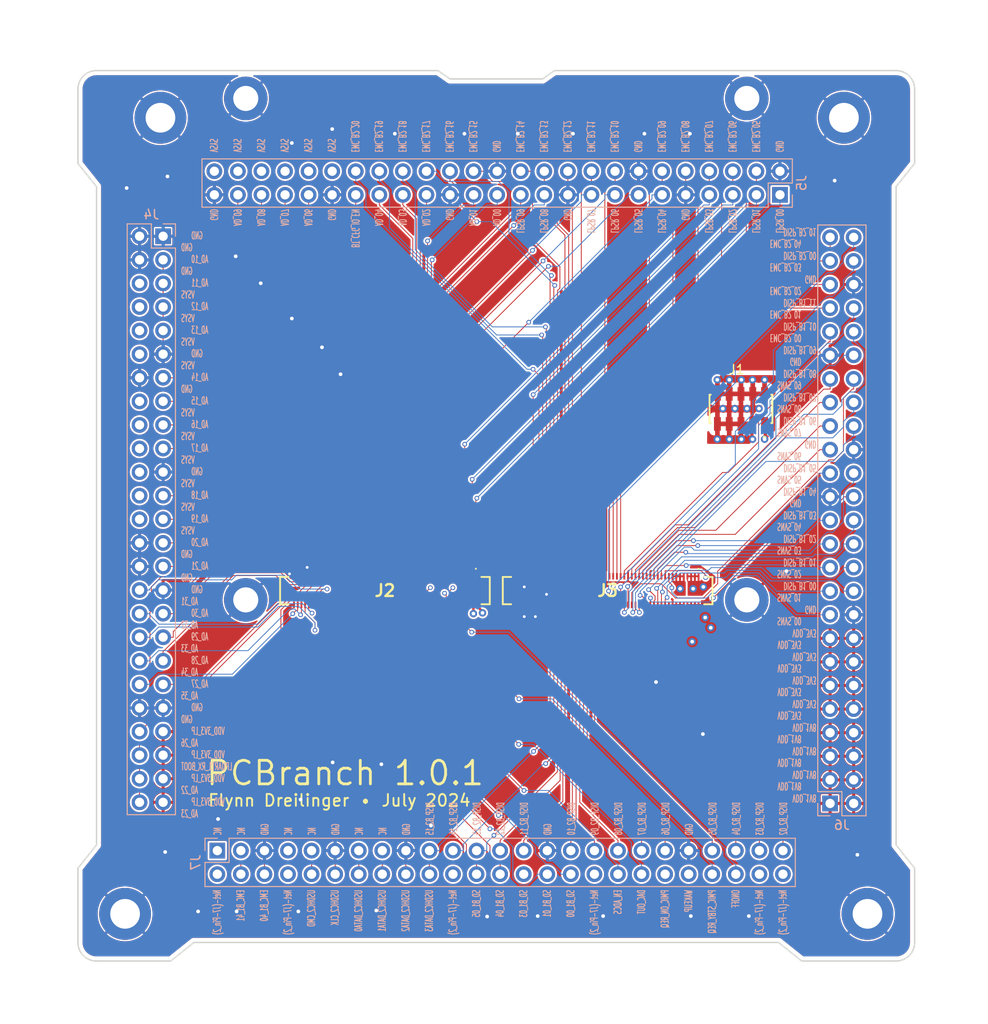
<source format=kicad_pcb>
(kicad_pcb (version 20240108) (generator "pcbnew") (generator_version "8.0")
  (layers (0 "F.Cu" signal) (1 "In1.Cu" signal) (2 "In2.Cu" signal) (31 "B.Cu" signal) (34 "B.Paste" user) (35 "F.Paste" user) (36 "B.SilkS" user "B.Silkscreen") (37 "F.SilkS" user "F.Silkscreen") (38 "B.Mask" user) (39 "F.Mask" user) (44 "Edge.Cuts" user))
  (net 0 "")
  (net 1 "VSYS")
  (net 2 "GPIO_LPSR_00")
  (net 3 "VDD_3V3")
  (net 4 "GPIO_LPSR_01")
  (net 5 "GPIO_LPSR_02")
  (net 6 "ONOFF")
  (net 7 "GPIO_LPSR_03")
  (net 8 "PMIC_STBY_REQ")
  (net 9 "WAKEUP")
  (net 10 "GPIO_LPSR_04")
  (net 11 "PMIC_ON_REQ")
  (net 12 "GPIO_LPSR_05")
  (net 13 "DAC_OUT")
  (net 14 "GPIO_LPSR_06")
  (net 15 "EN_ADCS")
  (net 16 "GPIO_LPSR_07")
  (net 17 "GPIO_SD_B1_00")
  (net 18 "GPIO_LPSR_08")
  (net 19 "GPIO_SD_B1_01")
  (net 20 "GPIO_LPSR_09")
  (net 21 "GPIO_SD_B1_03")
  (net 22 "GPIO_AD_00")
  (net 23 "GPIO_SD_B1_04")
  (net 24 "GPIO_AD_01")
  (net 25 "GPIO_SD_B1_05")
  (net 26 "GPIO_AD_02")
  (net 27 "USDHC2_DATA3")
  (net 28 "GPIO_AD_03")
  (net 29 "USDHC2_DATA2")
  (net 30 "GPIO_AD_04")
  (net 31 "USDHC2_DATA1")
  (net 32 "BT_CFG_IO_EN")
  (net 33 "USDHC2_DATA0")
  (net 34 "USDHC2_CLK")
  (net 35 "GPIO_AD_06")
  (net 36 "USDHC2_CMD")
  (net 37 "GPIO_AD_07")
  (net 38 "GPIO_AD_08")
  (net 39 "GPIO_EMC_B1_40")
  (net 40 "GPIO_AD_09")
  (net 41 "GPIO_EMC_B1_41")
  (net 42 "GPIO_AD_10")
  (net 43 "GPIO_AD_11")
  (net 44 "VDD_3V3_LP")
  (net 45 "GPIO_AD_12")
  (net 46 "GPIO_AD_13")
  (net 47 "GPIO_AD_14")
  (net 48 "GPIO_AD_15")
  (net 49 "GPIO_AD_16")
  (net 50 "GPIO_AD_17")
  (net 51 "GPIO_AD_18")
  (net 52 "GPIO_AD_19")
  (net 53 "GPIO_AD_20")
  (net 54 "GPIO_AD_21")
  (net 55 "GPIO_AD_23")
  (net 56 "GPIO_AD_22")
  (net 57 "GPIO_AD_31")
  (net 58 "LPUART1_RX_BOOT")
  (net 59 "GPIO_AD_32")
  (net 61 "GPIO_AD_26")
  (net 62 "GPIO_AD_33")
  (net 63 "GPIO_AD_34")
  (net 64 "GPIO_AD_27")
  (net 65 "GPIO_AD_35")
  (net 66 "GPIO_AD_28")
  (net 67 "GPIO_AD_29")
  (net 68 "GPIO_AD_30")
  (net 69 "VDD_1V8")
  (net 70 "GPIO_SNVS_00")
  (net 71 "GPIO_SNVS_01")
  (net 72 "GPIO_DISP_B1_00")
  (net 73 "GPIO_SNVS_02")
  (net 75 "GPIO_DISP_B1_01")
  (net 77 "GPIO_SNVS_03")
  (net 79 "GPIO_DISP_B1_02")
  (net 81 "GPIO_SNVS_04")
  (net 82 "GPIO_DISP_B1_03")
  (net 83 "GPIO_DISP_B1_04")
  (net 85 "GPIO_SNVS_05")
  (net 87 "GPIO_DISP_B1_05")
  (net 89 "GPIO_SNVS_06")
  (net 91 "GPIO_SNVS_07")
  (net 92 "GPIO_DISP_B1_06")
  (net 93 "GPIO_SNVS_08")
  (net 94 "GPIO_DISP_B1_07")
  (net 95 "GPIO_SNVS_09")
  (net 96 "GPIO_DISP_B1_08")
  (net 97 "GPIO_DISP_B1_09")
  (net 98 "GPIO_EMC_B2_00")
  (net 99 "GPIO_DISP_B1_10")
  (net 100 "GPIO_EMC_B2_01")
  (net 101 "GPIO_DISP_B1_11")
  (net 102 "GPIO_EMC_B2_02")
  (net 103 "GPIO_EMC_B2_03")
  (net 104 "GPIO_DISP_B2_00")
  (net 105 "GPIO_EMC_B2_04")
  (net 106 "GPIO_DISP_B2_01")
  (net 107 "GPIO_DISP_B2_02")
  (net 108 "GPIO_EMC_B2_05")
  (net 109 "GPIO_DISP_B2_03")
  (net 110 "GPIO_EMC_B2_06")
  (net 111 "GPIO_DISP_B2_04")
  (net 112 "GPIO_EMC_B2_07")
  (net 113 "GPIO_DISP_B2_05")
  (net 114 "GPIO_EMC_B2_08")
  (net 115 "GPIO_EMC_B2_09")
  (net 116 "GPIO_DISP_B2_06")
  (net 117 "GPIO_DISP_B2_07")
  (net 118 "GPIO_EMC_B2_10")
  (net 119 "GPIO_DISP_B2_08")
  (net 120 "GPIO_EMC_B2_11")
  (net 121 "GPIO_DISP_B2_09")
  (net 122 "GPIO_EMC_B2_12")
  (net 123 "GPIO_DISP_B2_10")
  (net 124 "GPIO_EMC_B2_13")
  (net 125 "GPIO_EMC_B2_14")
  (net 126 "GPIO_DISP_B2_11")
  (net 127 "GPIO_DISP_B2_12")
  (net 128 "GPIO_EMC_B2_15")
  (net 129 "GPIO_DISP_B2_13")
  (net 130 "GPIO_EMC_B2_16")
  (net 131 "GPIO_DISP_B2_14")
  (net 132 "GPIO_EMC_B2_17")
  (net 133 "GPIO_DISP_B2_15")
  (net 134 "GPIO_EMC_B2_18")
  (net 135 "GPIO_EMC_B2_19")
  (net 136 "GPIO_EMC_B2_20")
  (net 143 "GND")
  (net 150 "Net-(J7-Pin_2)")
  (footprint "MountingHole:MountingHole_3.2mm_M3_DIN965_Pad" (layer "F.Cu") (at 8.89 5.08)
    (property "Reference" "H5" (hide yes))
    (property "Value" "MountingHole_Pad")
  )
  (footprint "MountingHole:MountingHole_3.2mm_M3_DIN965_Pad" (layer "F.Cu") (at 85.09 90.81)
    (property "Reference" "H7" (hide yes))
    (property "Value" "MountingHole_Pad")
  )
  (footprint "adcs:DF40HC30100DS04V51" (layer "F.Cu") (at 33.085 56 180)
    (property "Reference" "J2")
    (property "Value" "DF40HC_3.0_-100DS-0.4V_51_" (hide yes))
  )
  (footprint "MountingHole:MountingHole_2.7mm_M2.5_DIN965_Pad" (layer "F.Cu") (at 72.085 57)
    (property "Reference" "H3" (hide yes))
    (property "Value" "MountingHole_Pad")
  )
  (footprint "MountingHole:MountingHole_3.2mm_M3_DIN965_Pad" (layer "F.Cu") (at 5.08 90.81)
    (property "Reference" "H8" (hide yes))
    (property "Value" "MountingHole_Pad")
  )
  (footprint "MountingHole:MountingHole_2.7mm_M2.5_DIN965_Pad" (layer "F.Cu") (at 72.085 3)
    (property "Reference" "H2" (hide yes))
    (property "Value" "MountingHole_Pad")
  )
  (footprint "MountingHole:MountingHole_2.7mm_M2.5_DIN965_Pad" (layer "F.Cu") (at 18.085 57)
    (property "Reference" "H4" (hide yes))
    (property "Value" "MountingHole_Pad")
  )
  (footprint "adcs:DF40HC30100DS04V51" (layer "F.Cu") (at 57.085 56 180)
    (property "Reference" "J3")
    (property "Value" "DF40HC_3.0_-100DS-0.4V_51_" (hide yes))
  )
  (footprint "MountingHole:MountingHole_3.2mm_M3_DIN965_Pad" (layer "F.Cu") (at 82.55 5.08)
    (property "Reference" "H6" (hide yes))
    (property "Value" "MountingHole_Pad")
  )
  (footprint "MountingHole:MountingHole_2.7mm_M2.5_DIN965_Pad" (layer "F.Cu") (at 18.085 3)
    (property "Reference" "H1" (hide yes))
    (property "Value" "MountingHole_Pad")
  )
  (footprint "adcs:SAMTEC_CLP-105-02-X-D" (layer "F.Cu") (at 71.455 36.432)
    (property "Reference" "J1")
    (property "Value" "CLP-105-02-X-D")
  )
  (footprint "Connector_PinHeader_2.54mm:PinHeader_2x25_P2.54mm_Vertical" (layer "B.Cu") (at 75.66 13.38 90)
    (property "Reference" "J5")
    (property "Value" "Conn_02x25_Odd_Even")
  )
  (footprint "Connector_PinHeader_2.54mm:PinHeader_2x25_P2.54mm_Vertical" (layer "B.Cu") (at 9.18 17.84 180)
    (property "Reference" "J4")
    (property "Value" "Conn_02x25_Odd_Even")
  )
  (footprint "Connector_PinHeader_2.54mm:PinHeader_2x25_P2.54mm_Vertical" (layer "B.Cu") (at 81.06 78.92)
    (property "Reference" "J6")
    (property "Value" "Conn_02x25_Odd_Even")
  )
  (footprint "Connector_PinHeader_2.54mm:PinHeader_2x25_P2.54mm_Vertical" (layer "B.Cu") (at 15.02 84 -90)
    (property "Reference" "J7")
    (property "Value" "Conn_02x25_Odd_Even")
  )
  (gr_line (start 50.085 0.9) (end 40.085 0.9) (stroke (width 0.15)) (layer "Edge.Cuts"))
  (gr_line (start 0 85.89) (end 0 93.89) (stroke (width 0.15)) (layer "Edge.Cuts"))
  (gr_line (start 2 83.39) (end 0 85.89) (stroke (width 0.15)) (layer "Edge.Cuts"))
  (gr_line (start 2 12.5) (end 0 10) (stroke (width 0.15)) (layer "Edge.Cuts"))
  (gr_line (start 51.355 0) (end 50.085 0.9) (stroke (width 0.15)) (layer "Edge.Cuts"))
  (gr_line (start 88.17 12.5) (end 90.17 10) (stroke (width 0.15)) (layer "Edge.Cuts"))
  (gr_line (start 2 83.39) (end 2 12.5) (stroke (width 0.15)) (layer "Edge.Cuts"))
  (gr_arc (start 0 2) (mid 0.585786 0.585786) (end 2 0) (stroke (width 0.15)) (layer "Edge.Cuts"))
  (gr_line (start 40.085 0.9) (end 38.805003 0) (stroke (width 0.15)) (layer "Edge.Cuts"))
  (gr_line (start 90.17 10) (end 90.17 2) (stroke (width 0.15)) (layer "Edge.Cuts"))
  (gr_line (start 38.805003 0) (end 2 0) (stroke (width 0.15)) (layer "Edge.Cuts"))
  (gr_line (start 90.17 93.89) (end 90.17 85.89) (stroke (width 0.15)) (layer "Edge.Cuts"))
  (gr_line (start 0 2) (end 0 10) (stroke (width 0.15)) (layer "Edge.Cuts"))
  (gr_line (start 75.5 93.89) (end 78 95.89) (stroke (width 0.15)) (layer "Edge.Cuts"))
  (gr_arc (start 88.17 0) (mid 89.584214 0.585786) (end 90.17 2) (stroke (width 0.15)) (layer "Edge.Cuts"))
  (gr_line (start 2 95.89) (end 10 95.89) (stroke (width 0.15)) (layer "Edge.Cuts"))
  (gr_line (start 88.17 83.39) (end 90.17 85.89) (stroke (width 0.15)) (layer "Edge.Cuts"))
  (gr_line (start 75.5 93.89) (end 12.5 93.89) (stroke (width 0.15)) (layer "Edge.Cuts"))
  (gr_line (start 88.17 0) (end 51.355 0) (stroke (width 0.15)) (layer "Edge.Cuts"))
  (gr_arc (start 2 95.89) (mid 0.585786 95.304214) (end 0 93.89) (stroke (width 0.15)) (layer "Edge.Cuts"))
  (gr_line (start 12.5 93.89) (end 10 95.89) (stroke (width 0.15)) (layer "Edge.Cuts"))
  (gr_line (start 78 95.89) (end 88.17 95.89) (stroke (width 0.15)) (layer "Edge.Cuts"))
  (gr_line (start 88.17 12.5) (end 88.17 83.39) (stroke (width 0.15)) (layer "Edge.Cuts"))
  (gr_arc (start 90.17 93.89) (mid 89.584214 95.304214) (end 88.17 95.89) (stroke (width 0.15)) (layer "Edge.Cuts"))
  (gr_text "Net-(J7-Pin_2)\n\nEMC_B1_41\n\nEMC_B1_40\n\nNet-(J7-Pin_2)\n\nUSDHC2_CMD\n\nUSDHC2_CLK\n\nUSDHC2_DATA0\n\nUSDHC2_DATA1\n\nUSDHC2_DATA2\n\nUSDHC2_DATA3\n\nNet-(J7-Pin_2)\n\nSD_B1_05\n\nSD_B1_04\n\nSD_B1_03\n\nSD_B1_01\n\nSD_B1_00\n\nNet-(J7-Pin_2)\n\nEN_ADCS\n\nDAC_OUT\n\nPMIC_ON_REQ\n\nWAKEUP\n\nPMIC_STBY_REQ\n\nONOFF\n\nNet-(J7-Pin_2)\n\nNet-(J7-Pin_2)" (at 76.43 88.17 90) (layer "B.SilkS") (effects (font (size 0.789 0.4) (thickness 0.1) (bold yes)) (justify left bottom mirror)))
  (gr_text "GND\n\nGND\n\nVSYS\n\nVSYS\n\nVSYS\n\nVSYS\n\nGND\n\nVSYS\n\nVSYS\n\nVSYS\n\nVSYS\n\nVSYS\n\nVSYS\n\nGND\n\nGND\n\nAD_31\n\nAD_32\n\nAD_33\n\nAD_34\n\nAD_35\n\nGND\n\nAD_26\n\nLPUART1_RX_BOOT\n\nAD_22\n\nAD_23" (at 11.06 80.49 0) (layer "B.SilkS") (effects (font (size 0.789 0.4) (thickness 0.1) (bold yes)) (justify right bottom mirror)))
  (gr_text "GND\n\nEMC_B2_05\n\nEMC_B2_06\n\nEMC_B2_07\n\nEMC_B2_08\n\nEMC_B2_09\n\nGND\n\nEMC_B2_10\n\nEMC_B2_11\n\nEMC_B2_12\n\nEMC_B2_13\n\nEMC_B2_14\n\nGND\n\nEMC_B2_15\n\nEMC_B2_16\n\nEMC_B2_17\n\nEMC_B2_18\n\nEMC_B2_19\n\nEMC_B2_20\n\nVSYS\n\nVSYS\n\nVSYS\n\nVSYS\n\nVSYS\n\nVSYS" (at 14.16 8.85 270) (layer "B.SilkS") (effects (font (size 0.789 0.4) (thickness 0.1) (bold yes)) (justify left bottom mirror)))
  (gr_text "LPSR_00\n\nLPSR_01\n\nLPSR_02\n\nLPSR_03\n\nGND\n\nLPSR_04\n\nLPSR_05\n\nLPSR_06\n\nLPSR_07\n\nGND\n\nLPSR_08\n\nLPSR_09\n\nAD_00\n\nAD_01\n\nGND\n\nAD_02\n\nAD_03\n\nAD_04\n\nBT_CFG_IO_EN\n\nGND\n\nAD_06\n\nAD_07\n\nAD_08\n\nAD_09\n\nGND" (at 14.18 14.85 270) (layer "B.SilkS") (effects (font (size 0.789 0.4) (thickness 0.1) (bold yes)) (justify right bottom mirror)))
  (gr_text "NC\n\nNC\n\nGND\n\nNC\n\nNC\n\nGND\n\nNC\n\nNC\n\nGND\n\nDISP_B2_15\n\nDISP_B2_14\n\nDISP_B2_13\n\nDISP_B2_12\n\nDISP_B2_11\n\nGND\n\nDISP_B2_10\n\nDISP_B2_09\n\nDISP_B2_08\n\nDISP_B2_07\n\nDISP_B2_06\n\nGND\n\nDISP_B2_05\n\nDISP_B2_04\n\nDISP_B2_03\n\nDISP_B2_02" (at 76.5 82.39 90) (layer "B.SilkS") (effects (font (size 0.789 0.4) (thickness 0.1) (bold yes)) (justify right bottom mirror)))
  (gr_text "GND\n\nAD_10\n\nAD_11\n\nAD_12\n\nAD_13\n\nGND\n\nAD_14\n\nAD_15\n\nAD_16\n\nAD_17\n\nGND\n\nAD_18\n\nAD_19\n\nAD_20\n\nAD_21\n\nGND\n\nAD_30\n\nAD_29\n\nAD_28\n\nAD_27\n\nGND\n\nVDD_3V3_LP\n\nVDD_3V3_LP\n\nVDD_3V3_LP\n\nVDD_3V3_LP" (at 12.16 79.21 0) (layer "B.SilkS") (effects (font (size 0.789 0.4) (thickness 0.1) (bold yes)) (justify right bottom mirror)))
  (gr_text "VDD_1V8\n\nVDD_1V8\n\nVDD_1V8\n\nVDD_1V8\n\nVDD_3V3\n\nVDD_3V3\n\nVDD_3V3\n\nVDD_3V3\n\nGND\n\nDISP_B1_00\n\nDISP_B1_01\n\nDISP_B1_02\n\nDISP_B1_03\n\nDISP_B1_04\n\nDISP_B1_05\n\nGND\n\nDISP_B1_06\n\nDISP_B1_07\n\nDISP_B1_08\n\nDISP_B1_09\n\nDISP_B1_10\n\nDISP_B1_11\n\nGND\n\nDISP_B2_00\n\nDISP_B2_01" (at 79.63 16.92 180) (layer "B.SilkS") (effects (font (size 0.789 0.4) (thickness 0.1) (bold yes)) (justify right bottom mirror)))
  (gr_text "\n\nVDD_1V8\n\nVDD_1V8\n\nVDD_1V8\n\nVDD_3V3\n\nVDD_3V3\n\nVDD_3V3\n\nVDD_3V3\n\nSNVS_00\n\nSNVS_01\n\nSNVS_02\n\nSNVS_03\n\nSNVS_04\n\nGND\n\nSNVS_05\n\nSNVS_06\n\nSNVS_07\n\nSNVS_08\n\nSNVS_09\n\nGND\n\nEMC_B2_00\n\nEMC_B2_01\n\nEMC_B2_02\n\nEMC_B2_03\n\nEMC_B2_04" (at 78.02 18.16 180) (layer "B.SilkS") (effects (font (size 0.789 0.4) (thickness 0.1) (bold yes)) (justify right bottom mirror)))
  (gr_text "PCBranch 1.0.1" (at 13.66 77.14 0) (layer "F.SilkS") (effects (font (size 2.54 2.54) (thickness 0.3)) (justify left bottom)))
  (gr_text "Flynn Dreilinger • July 2024" (at 13.92 79.34 0) (layer "F.SilkS") (effects (font (size 1.27 1.27) (thickness 0.2)) (justify left bottom)))
  (via (at 72.1 36.4) (size 0.8) (drill 0.4) (layers "F.Cu" "B.Cu") (net 1))
  (via (at 68.9 33.3) (size 0.8) (drill 0.4) (layers "F.Cu" "B.Cu") (net 1))
  (via (at 68.9 39.7) (size 0.8) (drill 0.4) (layers "F.Cu" "B.Cu") (net 1))
  (via (at 74 33.3) (size 0.8) (drill 0.4) (layers "F.Cu" "B.Cu") (net 1))
  (via (at 70.8 36.4) (size 0.8) (drill 0.4) (layers "F.Cu" "B.Cu") (net 1))
  (via (at 69.5 36.4) (size 0.8) (drill 0.4) (layers "F.Cu" "B.Cu") (net 1))
  (via (at 70.2 33.3) (size 0.8) (drill 0.4) (layers "F.Cu" "B.Cu") (net 1))
  (via (at 72.7 39.7) (size 0.8) (drill 0.4) (layers "F.Cu" "B.Cu") (net 1))
  (via (at 73.4 36.4) (size 0.8) (drill 0.4) (layers "F.Cu" "B.Cu") (net 1))
  (via (at 72.7 33.3) (size 0.8) (drill 0.4) (layers "F.Cu" "B.Cu") (net 1))
  (via (at 74 39.7) (size 0.8) (drill 0.4) (layers "F.Cu" "B.Cu") (net 1))
  (via (at 71.5 33.3) (size 0.8) (drill 0.4) (layers "F.Cu" "B.Cu") (net 1))
  (via (at 71.5 39.7) (size 0.8) (drill 0.4) (layers "F.Cu" "B.Cu") (net 1))
  (via (at 70.2 39.7) (size 0.8) (drill 0.4) (layers "F.Cu" "B.Cu") (net 1))
  (segment (start 42.885 54.46) (end 42.885 46.1534) (width 0.09) (layer "F.Cu") (net 2))
  (segment (start 42.885 46.1534) (end 42.9904 46.048) (width 0.09) (layer "F.Cu") (net 2))
  (via (at 42.9904 46.048) (size 0.5) (drill 0.3) (layers "F.Cu" "B.Cu") (net 2))
  (segment (start 74.5615 14.4769) (end 42.9904 46.048) (width 0.09) (layer "B.Cu") (net 2))
  (segment (start 75.66 14.4769) (end 74.5615 14.4769) (width 0.09) (layer "B.Cu") (net 2))
  (segment (start 75.66 13.38) (end 75.66 14.4769) (width 0.09) (layer "B.Cu") (net 2))
  (segment (start 42.085 57.54) (end 41.71 57.54) (width 0.25) (layer "F.Cu") (net 3))
  (segment (start 65.685 57.54) (end 65.685 57.985) (width 0.09) (layer "F.Cu") (net 3))
  (segment (start 43.6 58.4) (end 43.6 58.255) (width 0.25) (layer "F.Cu") (net 3))
  (segment (start 42.621581 57.676581) (end 42.485 57.54) (width 0.25) (layer "F.Cu") (net 3))
  (segment (start 42.621581 58.478419) (end 42.621581 57.676581) (width 0.25) (layer "F.Cu") (net 3))
  (segment (start 65.685 54.935) (end 65.95 55.2) (width 0.09) (layer "F.Cu") (net 3))
  (segment (start 65.685 54.46) (end 65.685 54.935) (width 0.09) (layer "F.Cu") (net 3))
  (segment (start 65.685 57.985) (end 65.85 58.15) (width 0.09) (layer "F.Cu") (net 3))
  (segment (start 43.6 58.255) (end 42.885 57.54) (width 0.25) (layer "F.Cu") (net 3))
  (segment (start 42.485 57.54) (end 42.885 57.54) (width 0.25) (layer "F.Cu") (net 3))
  (segment (start 42.085 57.54) (end 42.485 57.54) (width 0.25) (layer "F.Cu") (net 3))
  (via (at 67.4 55.6) (size 0.8) (drill 0.4) (layers "F.Cu" "B.Cu") (net 3))
  (via (at 66.3 55.8) (size 0.8) (drill 0.4) (layers "F.Cu" "B.Cu") (net 3))
  (via (at 43.6 58.4) (size 0.8) (drill 0.4) (layers "F.Cu" "B.Cu") (net 3))
  (via (at 68.2 60) (size 0.8) (drill 0.4) (layers "F.Cu" "B.Cu") (net 3))
  (via (at 42.621581 58.478419) (size 0.8) (drill 0.4) (layers "F.Cu" "B.Cu") (net 3))
  (via (at 67.6 58.9) (size 0.8) (drill 0.4) (layers "F.Cu" "B.Cu") (net 3))
  (segment (start 42.485 54.46) (end 42.485 44.015) (width 0.09) (layer "F.Cu") (net 4))
  (via (at 42.485 44.015) (size 0.5) (drill 0.3) (layers "F.Cu" "B.Cu") (net 4))
  (segment (start 72.0231 14.4769) (end 73.12 14.4769) (width 0.09) (layer "B.Cu") (net 4))
  (segment (start 73.12 14.4769) (end 73.12 13.38) (width 0.09) (layer "B.Cu") (net 4))
  (segment (start 42.485 44.015) (end 72.0231 14.4769) (width 0.09) (layer "B.Cu") (net 4))
  (segment (start 42.085 55.0569) (end 43.1512 55.0569) (width 0.09) (layer "F.Cu") (net 5))
  (segment (start 43.1512 55.0569) (end 49.0613 49.1468) (width 0.09) (layer "F.Cu") (net 5))
  (segment (start 49.0613 49.1468) (end 49.0613 34.8987) (width 0.09) (layer "F.Cu") (net 5))
  (segment (start 42.085 54.46) (end 42.085 55.0569) (width 0.09) (layer "F.Cu") (net 5))
  (via (at 49.0613 34.8987) (size 0.5) (drill 0.3) (layers "F.Cu" "B.Cu") (net 5))
  (segment (start 70.58 13.38) (end 70.58 14.4769) (width 0.09) (layer "B.Cu") (net 5))
  (segment (start 69.4831 14.4769) (end 49.0613 34.8987) (width 0.09) (layer "B.Cu") (net 5))
  (segment (start 70.58 14.4769) (end 69.4831 14.4769) (width 0.09) (layer "B.Cu") (net 5))
  (segment (start 40.8851 58.9211) (end 40.8851 58.1369) (width 0.09) (layer "F.Cu") (net 6))
  (segment (start 42.4356 60.4716) (end 40.8851 58.9211) (width 0.09) (layer "F.Cu") (net 6))
  (segment (start 40.8851 58.1369) (end 40.885 58.1369) (width 0.09) (layer "F.Cu") (net 6))
  (segment (start 40.885 57.54) (end 40.885 58.1369) (width 0.09) (layer "F.Cu") (net 6))
  (via (at 42.4356 60.4716) (size 0.5) (drill 0.3) (layers "F.Cu" "B.Cu") (net 6))
  (segment (start 70.9 85.4431) (end 70.7628 85.4431) (width 0.09) (layer "B.Cu") (net 6))
  (segment (start 70.9 86.54) (end 70.9 85.4431) (width 0.09) (layer "B.Cu") (net 6))
  (segment (start 70.7628 85.4431) (end 69.8031 84.4834) (width 0.09) (layer "B.Cu") (net 6))
  (segment (start 69.8031 84.4834) (end 69.8031 83.8401) (width 0.09) (layer "B.Cu") (net 6))
  (segment (start 46.4346 60.4716) (end 42.4356 60.4716) (width 0.09) (layer "B.Cu") (net 6))
  (segment (start 69.8031 83.8401) (end 46.4346 60.4716) (width 0.09) (layer "B.Cu") (net 6))
  (segment (start 41.685 54.46) (end 41.685 40.233) (width 0.09) (layer "F.Cu") (net 7))
  (via (at 41.685 40.233) (size 0.5) (drill 0.3) (layers "F.Cu" "B.Cu") (net 7))
  (segment (start 68.04 14.4769) (end 67.4411 14.4769) (width 0.09) (layer "B.Cu") (net 7))
  (segment (start 67.4411 14.4769) (end 41.685 40.233) (width 0.09) (layer "B.Cu") (net 7))
  (segment (start 68.04 13.38) (end 68.04 14.4769) (width 0.09) (layer "B.Cu") (net 7))
  (segment (start 40.485 60.6113) (end 40.485 57.54) (width 0.09) (layer "F.Cu") (net 8))
  (segment (start 47.5288 67.6551) (end 40.485 60.6113) (width 0.09) (layer "F.Cu") (net 8))
  (via (at 47.5288 67.6551) (size 0.5) (drill 0.3) (layers "F.Cu" "B.Cu") (net 8))
  (segment (start 67.2631 83.8253) (end 51.0929 67.6551) (width 0.09) (layer "B.Cu") (net 8))
  (segment (start 68.36 86.54) (end 68.36 85.4431) (width 0.09) (layer "B.Cu") (net 8))
  (segment (start 67.2631 84.4834) (end 67.2631 83.8253) (width 0.09) (layer "B.Cu") (net 8))
  (segment (start 68.2228 85.4431) (end 67.2631 84.4834) (width 0.09) (layer "B.Cu") (net 8))
  (segment (start 51.0929 67.6551) (end 47.5288 67.6551) (width 0.09) (layer "B.Cu") (net 8))
  (segment (start 68.36 85.4431) (end 68.2228 85.4431) (width 0.09) (layer "B.Cu") (net 8))
  (segment (start 40.085 57.54) (end 40.085 56.0092) (width 0.09) (layer "F.Cu") (net 9))
  (segment (start 40.085 56.0092) (end 40.4038 55.6904) (width 0.09) (layer "F.Cu") (net 9))
  (via (at 40.4038 55.6904) (size 0.5) (drill 0.3) (layers "F.Cu" "B.Cu") (net 9))
  (segment (start 48.5848 27.0981) (end 40.885 34.7979) (width 0.09) (layer "F.Cu") (net 10))
  (segment (start 40.885 34.7979) (end 40.885 54.46) (width 0.09) (layer "F.Cu") (net 10))
  (via (at 48.5848 27.0981) (size 0.5) (drill 0.3) (layers "F.Cu" "B.Cu") (net 10))
  (segment (start 62.96 13.38) (end 61.8631 13.38) (width 0.09) (layer "B.Cu") (net 10))
  (segment (start 61.8631 13.8198) (end 48.5848 27.0981) (width 0.09) (layer "B.Cu") (net 10))
  (segment (start 61.8631 13.38) (end 61.8631 13.8198) (width 0.09) (layer "B.Cu") (net 10))
  (segment (start 39.685 56.4533) (end 39.685 57.54) (width 0.09) (layer "F.Cu") (net 11))
  (segment (start 39.51 56.2783) (end 39.685 56.4533) (width 0.09) (layer "F.Cu") (net 11))
  (via (at 39.51 56.2783) (size 0.5) (drill 0.3) (layers "F.Cu" "B.Cu") (net 11))
  (segment (start 50.7004 21.078) (end 40.485 31.2934) (width 0.09) (layer "F.Cu") (net 12))
  (segment (start 40.485 31.2934) (end 40.485 54.46) (width 0.09) (layer "F.Cu") (net 12))
  (via (at 50.7004 21.078) (size 0.5) (drill 0.3) (layers "F.Cu" "B.Cu") (net 12))
  (segment (start 59.3231 13.38) (end 59.3231 13.5171) (width 0.09) (layer "B.Cu") (net 12))
  (segment (start 60.42 13.38) (end 59.3231 13.38) (width 0.09) (layer "B.Cu") (net 12))
  (segment (start 59.3231 13.5171) (end 51.7622 21.078) (width 0.09) (layer "B.Cu") (net 12))
  (segment (start 51.7622 21.078) (end 50.7004 21.078) (width 0.09) (layer "B.Cu") (net 12))
  (segment (start 47.5027 72.5569) (end 39.285 64.3392) (width 0.09) (layer "F.Cu") (net 13))
  (segment (start 39.285 64.3392) (end 39.285 57.54) (width 0.09) (layer "F.Cu") (net 13))
  (via (at 47.5027 72.5569) (size 0.5) (drill 0.3) (layers "F.Cu" "B.Cu") (net 13))
  (segment (start 60.6028 85.4431) (end 59.6431 84.4834) (width 0.09) (layer "B.Cu") (net 13))
  (segment (start 60.74 85.4431) (end 60.6028 85.4431) (width 0.09) (layer "B.Cu") (net 13))
  (segment (start 60.74 86.54) (end 60.74 85.4431) (width 0.09) (layer "B.Cu") (net 13))
  (segment (start 49.0672 72.5569) (end 47.5027 72.5569) (width 0.09) (layer "B.Cu") (net 13))
  (segment (start 59.6431 83.1328) (end 49.0672 72.5569) (width 0.09) (layer "B.Cu") (net 13))
  (segment (start 59.6431 84.4834) (end 59.6431 83.1328) (width 0.09) (layer "B.Cu") (net 13))
  (segment (start 40.085 30.5448) (end 40.085 54.46) (width 0.09) (layer "F.Cu") (net 14))
  (segment (start 50.1261 20.5037) (end 40.085 30.5448) (width 0.09) (layer "F.Cu") (net 14))
  (via (at 50.1261 20.5037) (size 0.5) (drill 0.3) (layers "F.Cu" "B.Cu") (net 14))
  (segment (start 56.7831 13.8467) (end 50.1261 20.5037) (width 0.09) (layer "B.Cu") (net 14))
  (segment (start 56.7831 13.38) (end 56.7831 13.8467) (width 0.09) (layer "B.Cu") (net 14))
  (segment (start 57.88 13.38) (end 56.7831 13.38) (width 0.09) (layer "B.Cu") (net 14))
  (segment (start 38.885 68.3396) (end 38.885 57.54) (width 0.09) (layer "F.Cu") (net 15))
  (segment (start 48.0721 77.5267) (end 38.885 68.3396) (width 0.09) (layer "F.Cu") (net 15))
  (via (at 48.0721 77.5267) (size 0.5) (drill 0.3) (layers "F.Cu" "B.Cu") (net 15))
  (segment (start 58.0628 85.4431) (end 57.1031 84.4834) (width 0.09) (layer "B.Cu") (net 15))
  (segment (start 57.1031 83.8908) (end 50.739 77.5267) (width 0.09) (layer "B.Cu") (net 15))
  (segment (start 58.2 86.54) (end 58.2 85.4431) (width 0.09) (layer "B.Cu") (net 15))
  (segment (start 58.2 85.4431) (end 58.0628 85.4431) (width 0.09) (layer "B.Cu") (net 15))
  (segment (start 50.739 77.5267) (end 48.0721 77.5267) (width 0.09) (layer "B.Cu") (net 15))
  (segment (start 57.1031 84.4834) (end 57.1031 83.8908) (width 0.09) (layer "B.Cu") (net 15))
  (segment (start 39.685 28.6634) (end 48.9903 19.3581) (width 0.09) (layer "F.Cu") (net 16))
  (segment (start 39.685 54.46) (end 39.685 28.6634) (width 0.09) (layer "F.Cu") (net 16))
  (via (at 48.9903 19.3581) (size 0.5) (drill 0.3) (layers "F.Cu" "B.Cu") (net 16))
  (segment (start 54.2431 13.38) (end 54.2431 14.1053) (width 0.09) (layer "B.Cu") (net 16))
  (segment (start 54.2431 14.1053) (end 48.9903 19.3581) (width 0.09) (layer "B.Cu") (net 16))
  (segment (start 55.34 13.38) (end 54.2431 13.38) (width 0.09) (layer "B.Cu") (net 16))
  (segment (start 45.3223 80.2107) (end 38.085 72.9734) (width 0.09) (layer "F.Cu") (net 17))
  (segment (start 38.085 72.9734) (end 38.085 57.54) (width 0.09) (layer "F.Cu") (net 17))
  (via (at 45.3223 80.2107) (size 0.5) (drill 0.3) (layers "F.Cu" "B.Cu") (net 17))
  (segment (start 52.0231 86.4028) (end 51.0634 85.4431) (width 0.09) (layer "B.Cu") (net 17))
  (segment (start 53.12 86.54) (end 52.0231 86.54) (width 0.09) (layer "B.Cu") (net 17))
  (segment (start 52.0231 86.54) (end 52.0231 86.4028) (width 0.09) (layer "B.Cu") (net 17))
  (segment (start 51.0634 85.4431) (end 50.4503 85.4431) (width 0.09) (layer "B.Cu") (net 17))
  (segment (start 49.31 84.3028) (end 49.31 83.6864) (width 0.09) (layer "B.Cu") (net 17))
  (segment (start 45.8343 80.2107) (end 45.3223 80.2107) (width 0.09) (layer "B.Cu") (net 17))
  (segment (start 50.4503 85.4431) (end 49.31 84.3028) (width 0.09) (layer "B.Cu") (net 17))
  (segment (start 49.31 83.6864) (end 45.8343 80.2107) (width 0.09) (layer "B.Cu") (net 17))
  (segment (start 38.885 54.46) (end 38.885 24.755) (width 0.09) (layer "F.Cu") (net 18))
  (segment (start 38.885 24.755) (end 46.9583 16.6817) (width 0.09) (layer "F.Cu") (net 18))
  (via (at 46.9583 16.6817) (size 0.5) (drill 0.3) (layers "F.Cu" "B.Cu") (net 18))
  (segment (start 50.26 14.4769) (end 49.1631 14.4769) (width 0.09) (layer "B.Cu") (net 18))
  (segment (start 49.1631 14.4769) (end 46.9583 16.6817) (width 0.09) (layer "B.Cu") (net 18))
  (segment (start 50.26 13.38) (end 50.26 14.4769) (width 0.09) (layer "B.Cu") (net 18))
  (segment (start 37.685 74.9399) (end 37.685 57.54) (width 0.09) (layer "F.Cu") (net 19))
  (segment (start 44.3994 81.6543) (end 37.685 74.9399) (width 0.09) (layer "F.Cu") (net 19))
  (via (at 44.3994 81.6543) (size 0.5) (drill 0.3) (layers "F.Cu" "B.Cu") (net 19))
  (segment (start 46.8728 83.5763) (end 44.9508 81.6543) (width 0.09) (layer "B.Cu") (net 19))
  (segment (start 50.58 86.54) (end 49.4831 86.54) (width 0.09) (layer "B.Cu") (net 19))
  (segment (start 47.6122 87.6802) (end 46.8728 86.9408) (width 0.09) (layer "B.Cu") (net 19))
  (segment (start 46.8728 86.9408) (end 46.8728 83.5763) (width 0.09) (layer "B.Cu") (net 19))
  (segment (start 49.4831 86.54) (end 49.4831 86.6771) (width 0.09) (layer "B.Cu") (net 19))
  (segment (start 49.4831 86.6771) (end 48.48 87.6802) (width 0.09) (layer "B.Cu") (net 19))
  (segment (start 48.48 87.6802) (end 47.6122 87.6802) (width 0.09) (layer "B.Cu") (net 19))
  (segment (start 44.9508 81.6543) (end 44.3994 81.6543) (width 0.09) (layer "B.Cu") (net 19))
  (segment (start 38.485 23.7119) (end 47.72 14.4769) (width 0.09) (layer "F.Cu") (net 20))
  (segment (start 38.485 54.46) (end 38.485 23.7119) (width 0.09) (layer "F.Cu") (net 20))
  (segment (start 47.72 14.4769) (end 47.72 13.38) (width 0.09) (layer "F.Cu") (net 20))
  (segment (start 37.285 56.3847) (end 37.9809 55.6888) (width 0.09) (layer "F.Cu") (net 21))
  (segment (start 37.285 57.54) (end 37.285 56.3847) (width 0.09) (layer "F.Cu") (net 21))
  (via (at 37.9809 55.6888) (size 0.5) (drill 0.3) (layers "F.Cu" "B.Cu") (net 21))
  (segment (start 38.085 54.46) (end 38.085 20.475) (width 0.09) (layer "F.Cu") (net 22))
  (segment (start 38.085 20.475) (end 38.171 20.389) (width 0.09) (layer "F.Cu") (net 22))
  (via (at 38.171 20.389) (size 0.5) (drill 0.3) (layers "F.Cu" "B.Cu") (net 22))
  (segment (start 45.18 13.38) (end 45.18 14.4769) (width 0.09) (layer "B.Cu") (net 22))
  (segment (start 44.0831 14.4769) (end 38.171 20.389) (width 0.09) (layer "B.Cu") (net 22))
  (segment (start 45.18 14.4769) (end 44.0831 14.4769) (width 0.09) (layer "B.Cu") (net 22))
  (segment (start 45.5 86.54) (end 45.5 85.4431) (width 0.09) (layer "F.Cu") (net 23))
  (segment (start 44.4031 84.4834) (end 44.4031 83.4801) (width 0.09) (layer "F.Cu") (net 23))
  (segment (start 45.3628 85.4431) (end 44.4031 84.4834) (width 0.09) (layer "F.Cu") (net 23))
  (segment (start 45.5 85.4431) (end 45.3628 85.4431) (width 0.09) (layer "F.Cu") (net 23))
  (segment (start 44.4031 83.4801) (end 36.885 75.962) (width 0.09) (layer "F.Cu") (net 23))
  (segment (start 36.885 75.962) (end 36.885 57.54) (width 0.09) (layer "F.Cu") (net 23))
  (segment (start 37.6732 53.8513) (end 37.6732 18.3469) (width 0.09) (layer "F.Cu") (net 24))
  (segment (start 37.685 54.46) (end 37.685 53.8631) (width 0.09) (layer "F.Cu") (net 24))
  (segment (start 37.685 53.8631) (end 37.6732 53.8513) (width 0.09) (layer "F.Cu") (net 24))
  (via (at 37.6732 18.3469) (size 0.5) (drill 0.3) (layers "F.Cu" "B.Cu") (net 24))
  (segment (start 42.64 13.38) (end 42.64 14.4769) (width 0.09) (layer "B.Cu") (net 24))
  (segment (start 42.64 14.4769) (end 41.5432 14.4769) (width 0.09) (layer "B.Cu") (net 24))
  (segment (start 41.5432 14.4769) (end 37.6732 18.3469) (width 0.09) (layer "B.Cu") (net 24))
  (segment (start 42.96 85.4431) (end 42.8228 85.4431) (width 0.09) (layer "F.Cu") (net 25))
  (segment (start 41.8631 84.4834) (end 41.8631 83.3231) (width 0.09) (layer "F.Cu") (net 25))
  (segment (start 42.96 86.54) (end 42.96 85.4431) (width 0.09) (layer "F.Cu") (net 25))
  (segment (start 41.8631 83.3231) (end 36.485 77.945) (width 0.09) (layer "F.Cu") (net 25))
  (segment (start 42.8228 85.4431) (end 41.8631 84.4834) (width 0.09) (layer "F.Cu") (net 25))
  (segment (start 36.485 77.945) (end 36.485 57.54) (width 0.09) (layer "F.Cu") (net 25))
  (segment (start 36.885 15.1519) (end 36.885 54.46) (width 0.09) (layer "F.Cu") (net 26))
  (segment (start 37.56 13.38) (end 37.56 14.4769) (width 0.09) (layer "F.Cu") (net 26))
  (segment (start 37.56 14.4769) (end 36.885 15.1519) (width 0.09) (layer "F.Cu") (net 26))
  (segment (start 36.7831 84.4834) (end 36.7831 81.4192) (width 0.09) (layer "F.Cu") (net 27))
  (segment (start 36.7831 81.4192) (end 35.685 80.3211) (width 0.09) (layer "F.Cu") (net 27))
  (segment (start 37.88 85.4431) (end 37.7428 85.4431) (width 0.09) (layer "F.Cu") (net 27))
  (segment (start 35.685 80.3211) (end 35.685 57.54) (width 0.09) (layer "F.Cu") (net 27))
  (segment (start 37.7428 85.4431) (end 36.7831 84.4834) (width 0.09) (layer "F.Cu") (net 27))
  (segment (start 37.88 86.54) (end 37.88 85.4431) (width 0.09) (layer "F.Cu") (net 27))
  (segment (start 35.02 13.38) (end 35.02 14.4769) (width 0.09) (layer "F.Cu") (net 28))
  (segment (start 36.485 15.9419) (end 36.485 54.46) (width 0.09) (layer "F.Cu") (net 28))
  (segment (start 35.02 14.4769) (end 36.485 15.9419) (width 0.09) (layer "F.Cu") (net 28))
  (segment (start 34.1969 84.4371) (end 34.1969 64.6732) (width 0.09) (layer "F.Cu") (net 29))
  (segment (start 34.1969 64.6732) (end 35.285 63.5851) (width 0.09) (layer "F.Cu") (net 29))
  (segment (start 35.285 63.5851) (end 35.285 57.54) (width 0.09) (layer "F.Cu") (net 29))
  (segment (start 35.2029 85.4431) (end 34.1969 84.4371) (width 0.09) (layer "F.Cu") (net 29))
  (segment (start 35.34 86.54) (end 35.34 85.4431) (width 0.09) (layer "F.Cu") (net 29))
  (segment (start 35.34 85.4431) (end 35.2029 85.4431) (width 0.09) (layer "F.Cu") (net 29))
  (segment (start 32.48 14.4769) (end 36.085 18.0819) (width 0.09) (layer "F.Cu") (net 30))
  (segment (start 36.085 18.0819) (end 36.085 54.46) (width 0.09) (layer "F.Cu") (net 30))
  (segment (start 32.48 13.38) (end 32.48 14.4769) (width 0.09) (layer "F.Cu") (net 30))
  (segment (start 33.8969 63.2434) (end 33.8969 84.4599) (width 0.09) (layer "F.Cu") (net 31))
  (segment (start 32.9137 85.4431) (end 32.8 85.4431) (width 0.09) (layer "F.Cu") (net 31))
  (segment (start 33.8969 84.4599) (end 32.9137 85.4431) (width 0.09) (layer "F.Cu") (net 31))
  (segment (start 34.885 57.54) (end 34.885 62.2553) (width 0.09) (layer "F.Cu") (net 31))
  (segment (start 32.8 86.54) (end 32.8 85.4431) (width 0.09) (layer "F.Cu") (net 31))
  (segment (start 34.885 62.2553) (end 33.8969 63.2434) (width 0.09) (layer "F.Cu") (net 31))
  (segment (start 35.685 20.2219) (end 35.685 54.46) (width 0.09) (layer "F.Cu") (net 32))
  (segment (start 29.94 13.38) (end 29.94 14.4769) (width 0.09) (layer "F.Cu") (net 32))
  (segment (start 29.94 14.4769) (end 35.685 20.2219) (width 0.09) (layer "F.Cu") (net 32))
  (segment (start 30.3972 85.4431) (end 31.3569 84.4834) (width 0.09) (layer "F.Cu") (net 33))
  (segment (start 30.26 85.4431) (end 30.3972 85.4431) (width 0.09) (layer "F.Cu") (net 33))
  (segment (start 31.3569 61.8762) (end 34.485 58.7481) (width 0.09) (layer "F.Cu") (net 33))
  (segment (start 31.3569 84.4834) (end 31.3569 61.8762) (width 0.09) (layer "F.Cu") (net 33))
  (segment (start 34.485 58.7481) (end 34.485 57.54) (width 0.09) (layer "F.Cu") (net 33))
  (segment (start 30.26 86.54) (end 30.26 85.4431) (width 0.09) (layer "F.Cu") (net 33))
  (segment (start 27.72 86.54) (end 27.72 85.4431) (width 0.09) (layer "F.Cu") (net 34))
  (segment (start 34.085 58.5118) (end 34.085 57.54) (width 0.09) (layer "F.Cu") (net 34))
  (segment (start 27.72 85.4431) (end 27.8572 85.4431) (width 0.09) (layer "F.Cu") (net 34))
  (segment (start 28.8169 84.4834) (end 28.8169 63.7799) (width 0.09) (layer "F.Cu") (net 34))
  (segment (start 27.8572 85.4431) (end 28.8169 84.4834) (width 0.09) (layer "F.Cu") (net 34))
  (segment (start 28.8169 63.7799) (end 34.085 58.5118) (width 0.09) (layer "F.Cu") (net 34))
  (segment (start 24.86 14.4769) (end 34.885 24.5019) (width 0.09) (layer "F.Cu") (net 35))
  (segment (start 24.86 13.38) (end 24.86 14.4769) (width 0.09) (layer "F.Cu") (net 35))
  (segment (start 34.885 24.5019) (end 34.885 54.46) (width 0.09) (layer "F.Cu") (net 35))
  (segment (start 26.2769 84.4834) (end 26.2769 65.8018) (width 0.09) (layer "F.Cu") (net 36))
  (segment (start 25.18 86.54) (end 25.18 85.4431) (width 0.09) (layer "F.Cu") (net 36))
  (segment (start 33.685 58.3937) (end 33.685 57.54) (width 0.09) (layer "F.Cu") (net 36))
  (segment (start 25.18 85.4431) (end 25.3172 85.4431) (width 0.09) (layer "F.Cu") (net 36))
  (segment (start 26.2769 65.8018) (end 33.685 58.3937) (width 0.09) (layer "F.Cu") (net 36))
  (segment (start 25.3172 85.4431) (end 26.2769 84.4834) (width 0.09) (layer "F.Cu") (net 36))
  (segment (start 22.32 14.4769) (end 34.485 26.6419) (width 0.09) (layer "F.Cu") (net 37))
  (segment (start 22.32 13.38) (end 22.32 14.4769) (width 0.09) (layer "F.Cu") (net 37))
  (segment (start 34.485 26.6419) (end 34.485 54.46) (width 0.09) (layer "F.Cu") (net 37))
  (segment (start 34.085 28.7819) (end 34.085 54.46) (width 0.09) (layer "F.Cu") (net 38))
  (segment (start 19.78 14.4769) (end 34.085 28.7819) (width 0.09) (layer "F.Cu") (net 38))
  (segment (start 19.78 13.38) (end 19.78 14.4769) (width 0.09) (layer "F.Cu") (net 38))
  (segment (start 21.1969 70.2247) (end 32.885 58.5366) (width 0.09) (layer "F.Cu") (net 39))
  (segment (start 32.885 58.5366) (end 32.885 57.54) (width 0.09) (layer "F.Cu") (net 39))
  (segment (start 20.1 85.4431) (end 20.2372 85.4431) (width 0.09) (layer "F.Cu") (net 39))
  (segment (start 20.1 86.54) (end 20.1 85.4431) (width 0.09) (layer "F.Cu") (net 39))
  (segment (start 20.2372 85.4431) (end 21.1969 84.4834) (width 0.09) (layer "F.Cu") (net 39))
  (segment (start 21.1969 84.4834) (end 21.1969 70.2247) (width 0.09) (layer "F.Cu") (net 39))
  (segment (start 33.685 54.46) (end 33.685 30.9219) (width 0.09) (layer "F.Cu") (net 40))
  (segment (start 33.685 30.9219) (end 17.24 14.4769) (width 0.09) (layer "F.Cu") (net 40))
  (segment (start 17.24 14.4769) (end 17.24 13.38) (width 0.09) (layer "F.Cu") (net 40))
  (segment (start 17.56 86.54) (end 17.56 85.4431) (width 0.09) (layer "F.Cu") (net 41))
  (segment (start 17.6972 85.4431) (end 18.6569 84.4834) (width 0.09) (layer "F.Cu") (net 41))
  (segment (start 18.6569 72.343) (end 32.485 58.5149) (width 0.09) (layer "F.Cu") (net 41))
  (segment (start 18.6569 84.4834) (end 18.6569 72.343) (width 0.09) (layer "F.Cu") (net 41))
  (segment (start 17.56 85.4431) (end 17.6972 85.4431) (width 0.09) (layer "F.Cu") (net 41))
  (segment (start 32.485 58.5149) (end 32.485 57.54) (width 0.09) (layer "F.Cu") (net 41))
  (segment (start 9.3171 21.4769) (end 32.885 45.0448) (width 0.09) (layer "F.Cu") (net 42))
  (segment (start 32.885 45.0448) (end 32.885 54.46) (width 0.09) (layer "F.Cu") (net 42))
  (segment (start 9.18 21.4769) (end 9.3171 21.4769) (width 0.09) (layer "F.Cu") (net 42))
  (segment (start 9.18 20.38) (end 9.18 21.4769) (width 0.09) (layer "F.Cu") (net 42))
  (segment (start 32.485 47.1848) (end 32.485 54.46) (width 0.09) (layer "F.Cu") (net 43))
  (segment (start 9.18 24.0169) (end 9.3171 24.0169) (width 0.09) (layer "F.Cu") (net 43))
  (segment (start 9.3171 24.0169) (end 32.485 47.1848) (width 0.09) (layer "F.Cu") (net 43))
  (segment (start 9.18 22.92) (end 9.18 24.0169) (width 0.09) (layer "F.Cu") (net 43))
  (segment (start 9.18 26.5569) (end 9.3171 26.5569) (width 0.09) (layer "F.Cu") (net 45))
  (segment (start 32.085 49.3248) (end 32.085 54.46) (width 0.09) (layer "F.Cu") (net 45))
  (segment (start 9.18 25.46) (end 9.18 26.5569) (width 0.09) (layer "F.Cu") (net 45))
  (segment (start 9.3171 26.5569) (end 32.085 49.3248) (width 0.09) (layer "F.Cu") (net 45))
  (segment (start 9.18 28) (end 9.18 29.0969) (width 0.09) (layer "F.Cu") (net 46))
  (segment (start 31.685 51.4648) (end 31.685 54.46) (width 0.09) (layer "F.Cu") (net 46))
  (segment (start 9.18 29.0969) (end 9.3171 29.0969) (width 0.09) (layer "F.Cu") (net 46))
  (segment (start 9.3171 29.0969) (end 31.685 51.4648) (width 0.09) (layer "F.Cu") (net 46))
  (segment (start 10.2769 33.08) (end 30.885 53.6881) (width 0.09) (layer "F.Cu") (net 47))
  (segment (start 30.885 53.6881) (end 30.885 54.46) (width 0.09) (layer "F.Cu") (net 47))
  (segment (start 9.18 33.08) (end 10.2769 33.08) (width 0.09) (layer "F.Cu") (net 47))
  (segment (start 30.485 53.813) (end 30.485 54.46) (width 0.09) (layer "F.Cu") (net 48))
  (segment (start 12.292 35.62) (end 30.485 53.813) (width 0.09) (layer "F.Cu") (net 48))
  (segment (start 9.18 35.62) (end 12.292 35.62) (width 0.09) (layer "F.Cu") (net 48))
  (segment (start 9.18 38.16) (end 14.4164 38.16) (width 0.09) (layer "F.Cu") (net 49))
  (segment (start 14.4164 38.16) (end 30.085 53.8286) (width 0.09) (layer "F.Cu") (net 49))
  (segment (start 30.085 53.8286) (end 30.085 54.46) (width 0.09) (layer "F.Cu") (net 49))
  (segment (start 29.685 53.8631) (end 29.685 54.46) (width 0.09) (layer "F.Cu") (net 50))
  (segment (start 9.18 40.7) (end 16.5219 40.7) (width 0.09) (layer "F.Cu") (net 50))
  (segment (start 16.5219 40.7) (end 29.685 53.8631) (width 0.09) (layer "F.Cu") (net 50))
  (segment (start 28.885 53.7602) (end 28.885 54.46) (width 0.09) (layer "F.Cu") (net 51))
  (segment (start 20.9048 45.78) (end 28.885 53.7602) (width 0.09) (layer "F.Cu") (net 51))
  (segment (start 9.18 45.78) (end 20.9048 45.78) (width 0.09) (layer "F.Cu") (net 51))
  (segment (start 22.9956 48.32) (end 28.485 53.8094) (width 0.09) (layer "F.Cu") (net 52))
  (segment (start 28.485 53.8094) (end 28.485 54.46) (width 0.09) (layer "F.Cu") (net 52))
  (segment (start 9.18 48.32) (end 22.9956 48.32) (width 0.09) (layer "F.Cu") (net 52))
  (segment (start 9.18 50.86) (end 25.1167 50.86) (width 0.09) (layer "F.Cu") (net 53))
  (segment (start 28.085 53.8283) (end 28.085 54.46) (width 0.09) (layer "F.Cu") (net 53))
  (segment (start 25.1167 50.86) (end 28.085 53.8283) (width 0.09) (layer "F.Cu") (net 53))
  (segment (start 27.685 54.46) (end 27.685 53.8631) (width 0.09) (layer "F.Cu") (net 54))
  (segment (start 25.8219 52) (end 11.6769 52) (width 0.09) (layer "F.Cu") (net 54))
  (segment (start 11.6769 52) (end 10.2769 53.4) (width 0.09) (layer "F.Cu") (net 54))
  (segment (start 27.685 53.8631) (end 25.8219 52) (width 0.09) (layer "F.Cu") (net 54))
  (segment (start 10.2769 53.4) (end 9.18 53.4) (width 0.09) (layer "F.Cu") (net 54))
  (segment (start 7.9 76.5803) (end 7.9 70.360122) (width 0.09) (layer "F.Cu") (net 55))
  (segment (start 6.7772 77.7031) (end 7.9 76.5803) (width 0.09) (layer "F.Cu") (net 55))
  (segment (start 24.9722 56.7901) (end 26.7054 55.0569) (width 0.09) (layer "F.Cu") (net 55))
  (segment (start 6.64 78.8) (end 6.64 77.7031) (width 0.09) (layer "F.Cu") (net 55))
  (segment (start 21.876 62.6029) (end 21.876 58.0812) (width 0.09) (layer "F.Cu") (net 55))
  (segment (start 26.7054 55.0569) (end 26.885 55.0569) (width 0.09) (layer "F.Cu") (net 55))
  (segment (start 21.876 58.0812) (end 23.1671 56.7901) (width 0.09) (layer "F.Cu") (net 55))
  (segment (start 26.885 55.0569) (end 26.885 54.46) (width 0.09) (layer "F.Cu") (net 55))
  (segment (start 14.5789 69.9) (end 21.876 62.6029) (width 0.09) (layer "F.Cu") (net 55))
  (segment (start 10.665 70.085) (end 10.85 69.9) (width 0.09) (layer "F.Cu") (net 55))
  (segment (start 23.1671 56.7901) (end 24.9722 56.7901) (width 0.09) (layer "F.Cu") (net 55))
  (segment (start 8.175122 70.085) (end 10.665 70.085) (width 0.09) (layer "F.Cu") (net 55))
  (segment (start 7.9 70.360122) (end 8.175122 70.085) (width 0.09) (layer "F.Cu") (net 55))
  (segment (start 10.85 69.9) (end 14.5789 69.9) (width 0.09) (layer "F.Cu") (net 55))
  (segment (start 6.64 77.7031) (end 6.7772 77.7031) (width 0.09) (layer "F.Cu") (net 55))
  (segment (start 26.485 54.46) (end 26.485 53.8631) (width 0.09) (layer "F.Cu") (net 56))
  (segment (start 5.2406 58.3005) (end 5.2406 73.8774) (width 0.09) (layer "F.Cu") (net 56))
  (segment (start 9.0053 54.4969) (end 7.91 55.5922) (width 0.09) (layer "F.Cu") (net 56))
  (segment (start 24.9219 52.3) (end 14.5708 52.3) (width 0.09) (layer "F.Cu") (net 56))
  (segment (start 6.64 75.1631) (end 6.64 76.26) (width 0.09) (layer "F.Cu") (net 56))
  (segment (start 5.2406 73.8774) (end 6.5263 75.1631) (width 0.09) (layer "F.Cu") (net 56))
  (segment (start 6.9428 57.21) (end 6.3311 57.21) (width 0.09) (layer "F.Cu") (net 56))
  (segment (start 14.5708 52.3) (end 12.3739 54.4969) (width 0.09) (layer "F.Cu") (net 56))
  (segment (start 6.3311 57.21) (end 5.2406 58.3005) (width 0.09) (layer "F.Cu") (net 56))
  (segment (start 26.485 53.8631) (end 24.9219 52.3) (width 0.09) (layer "F.Cu") (net 56))
  (segment (start 6.5263 75.1631) (end 6.64 75.1631) (width 0.09) (layer "F.Cu") (net 56))
  (segment (start 12.3739 54.4969) (end 9.0053 54.4969) (width 0.09) (layer "F.Cu") (net 56))
  (segment (start 7.91 56.2428) (end 6.9428 57.21) (width 0.09) (layer "F.Cu") (net 56))
  (segment (start 7.91 55.5922) (end 7.91 56.2428) (width 0.09) (layer "F.Cu") (net 56))
  (segment (start 26.38205 55.8347) (end 26.8488 55.8347) (width 0.09) (layer "F.Cu") (net 57))
  (segment (start 25.285 57.54) (end 25.285 56.93175) (width 0.09) (layer "F.Cu") (net 57))
  (segment (start 25.285 56.93175) (end 26.38205 55.8347) (width 0.09) (layer "F.Cu") (net 57))
  (via (at 26.8488 55.8347) (size 0.5) (drill 0.3) (layers "F.Cu" "B.Cu") (net 57))
  (segment (start 23.732 55.8347) (end 26.8488 55.8347) (width 0.09) (layer "B.Cu") (net 57))
  (segment (start 7.7369 55.94) (end 7.7369 55.8028) (width 0.09) (layer "B.Cu") (net 57))
  (segment (start 16.5693 54.8431) (end 17.0673 54.3451) (width 0.09) (layer "B.Cu") (net 57))
  (segment (start 6.64 55.94) (end 7.7369 55.94) (width 0.09) (layer "B.Cu") (net 57))
  (segment (start 7.7369 55.8028) (end 8.6966 54.8431) (width 0.09) (layer "B.Cu") (net 57))
  (segment (start 8.6966 54.8431) (end 16.5693 54.8431) (width 0.09) (layer "B.Cu") (net 57))
  (segment (start 22.2424 54.3451) (end 23.732 55.8347) (width 0.09) (layer "B.Cu") (net 57))
  (segment (start 17.0673 54.3451) (end 22.2424 54.3451) (width 0.09) (layer "B.Cu") (net 57))
  (segment (start 6.64 72.6231) (end 6.64 73.72) (width 0.09) (layer "F.Cu") (net 58))
  (segment (start 5.5325 71.7005) (end 6.4551 72.6231) (width 0.09) (layer "F.Cu") (net 58))
  (segment (start 26.085 54.46) (end 26.085 54.0608) (width 0.09) (layer "F.Cu") (net 58))
  (segment (start 14.5977 52.8) (end 10.1877 57.21) (width 0.09) (layer "F.Cu") (net 58))
  (segment (start 7.7618 64.0219) (end 6.7806 65.0031) (width 0.09) (layer "F.Cu") (net 58))
  (segment (start 8.8743 57.21) (end 7.7618 58.3225) (width 0.09) (layer "F.Cu") (net 58))
  (segment (start 6.7806 65.0031) (end 6.1259 65.0031) (width 0.09) (layer "F.Cu") (net 58))
  (segment (start 10.1877 57.21) (end 8.8743 57.21) (width 0.09) (layer "F.Cu") (net 58))
  (segment (start 6.1259 65.0031) (end 5.5325 65.5965) (width 0.09) (layer "F.Cu") (net 58))
  (segment (start 26.085 54.0608) (end 24.8242 52.8) (width 0.09) (layer "F.Cu") (net 58))
  (segment (start 24.8242 52.8) (end 14.5977 52.8) (width 0.09) (layer "F.Cu") (net 58))
  (segment (start 6.4551 72.6231) (end 6.64 72.6231) (width 0.09) (layer "F.Cu") (net 58))
  (segment (start 5.5325 65.5965) (end 5.5325 71.7005) (width 0.09) (layer "F.Cu") (net 58))
  (segment (start 7.7618 58.3225) (end 7.7618 64.0219) (width 0.09) (layer "F.Cu") (net 58))
  (segment (start 25.2227 58.423) (end 24.9366 58.1369) (width 0.09) (layer "F.Cu") (net 59))
  (segment (start 24.9366 58.1369) (end 24.885 58.1369) (width 0.09) (layer "F.Cu") (net 59))
  (segment (start 24.885 57.54) (end 24.885 58.1369) (width 0.09) (layer "F.Cu") (net 59))
  (via (at 25.2227 58.423) (size 0.5) (drill 0.3) (layers "F.Cu" "B.Cu") (net 59))
  (segment (start 21.4954 57.4108) (end 24.2105 57.4108) (width 0.09) (layer "B.Cu") (net 59))
  (segment (start 8.7338 59.614) (end 19.2922 59.614) (width 0.09) (layer "B.Cu") (net 59))
  (segment (start 6.64 58.48) (end 7.7369 58.48) (width 0.09) (layer "B.Cu") (net 59))
  (segment (start 24.2105 57.4108) (end 25.2227 58.423) (width 0.09) (layer "B.Cu") (net 59))
  (segment (start 19.2922 59.614) (end 21.4954 57.4108) (width 0.09) (layer "B.Cu") (net 59))
  (segment (start 7.7369 58.48) (end 7.7369 58.6171) (width 0.09) (layer "B.Cu") (net 59))
  (segment (start 7.7369 58.6171) (end 8.7338 59.614) (width 0.09) (layer "B.Cu") (net 59))
  (segment (start 8.1 69.75) (end 6.67 71.18) (width 0.09) (layer "F.Cu") (net 61))
  (segment (start 24.2437 56.4982) (end 23.0375 56.4982) (width 0.09) (layer "F.Cu") (net 61))
  (segment (start 9.7857 69.75) (end 8.1 69.75) (width 0.09) (layer "F.Cu") (net 61))
  (segment (start 23.0375 56.4982) (end 9.7857 69.75) (width 0.09) (layer "F.Cu") (net 61))
  (segment (start 25.685 55.0569) (end 24.2437 56.4982) (width 0.09) (layer "F.Cu") (net 61))
  (segment (start 6.67 71.18) (end 6.64 71.18) (width 0.09) (layer "F.Cu") (net 61))
  (segment (start 25.685 54.46) (end 25.685 55.0569) (width 0.09) (layer "F.Cu") (net 61))
  (segment (start 25.5463 59.4566) (end 24.485 58.3953) (width 0.09) (layer "F.Cu") (net 62))
  (segment (start 24.485 58.3953) (end 24.485 57.54) (width 0.09) (layer "F.Cu") (net 62))
  (segment (start 25.5463 60.2634) (end 25.5463 59.4566) (width 0.09) (layer "F.Cu") (net 62))
  (via (at 25.5463 60.2634) (size 0.5) (drill 0.3) (layers "F.Cu" "B.Cu") (net 62))
  (segment (start 23.7999 57.7028) (end 25.5462 59.4491) (width 0.09) (layer "B.Cu") (net 62))
  (segment (start 8.6966 59.9231) (end 19.3959 59.9231) (width 0.09) (layer "B.Cu") (net 62))
  (segment (start 25.5463 59.4491) (end 25.5463 60.2634) (width 0.09) (layer "B.Cu") (net 62))
  (segment (start 19.3959 59.9231) (end 21.6163 57.7027) (width 0.09) (layer "B.Cu") (net 62))
  (segment (start 21.6163 57.7027) (end 23.7999 57.7027) (width 0.09) (layer "B.Cu") (net 62))
  (segment (start 6.64 61.02) (end 7.7369 61.02) (width 0.09) (layer "B.Cu") (net 62))
  (segment (start 7.7369 61.02) (end 7.7369 60.8828) (width 0.09) (layer "B.Cu") (net 62))
  (segment (start 7.7369 60.8828) (end 8.6966 59.9231) (width 0.09) (layer "B.Cu") (net 62))
  (segment (start 25.5462 59.4491) (end 25.5463 59.4491) (width 0.09) (layer "B.Cu") (net 62))
  (segment (start 23.7999 57.7027) (end 23.7999 57.7028) (width 0.09) (layer "B.Cu") (net 62))
  (segment (start 24.085 58.5174) (end 23.9946 58.6078) (width 0.09) (layer "F.Cu") (net 63))
  (segment (start 24.085 57.54) (end 24.085 58.5174) (width 0.09) (layer "F.Cu") (net 63))
  (via (at 23.9946 58.6078) (size 0.5) (drill 0.3) (layers "F.Cu" "B.Cu") (net 63))
  (segment (start 7.7369 63.56) (end 7.7369 63.4228) (width 0.09) (layer "B.Cu") (net 63))
  (segment (start 8.6966 62.4631) (end 18.3276 62.4631) (width 0.09) (layer "B.Cu") (net 63))
  (segment (start 6.64 63.56) (end 7.7369 63.56) (width 0.09) (layer "B.Cu") (net 63))
  (segment (start 18.3276 62.4631) (end 22.7961 57.9946) (width 0.09) (layer "B.Cu") (net 63))
  (segment (start 23.3814 57.9946) (end 23.9946 58.6078) (width 0.09) (layer "B.Cu") (net 63))
  (segment (start 22.7961 57.9946) (end 23.3814 57.9946) (width 0.09) (layer "B.Cu") (net 63))
  (segment (start 7.7369 63.4228) (end 8.6966 62.4631) (width 0.09) (layer "B.Cu") (net 63))
  (segment (start 24.885 55.1232) (end 23.8019 56.2063) (width 0.09) (layer "F.Cu") (net 64))
  (segment (start 22.8135 56.2063) (end 12.9198 66.1) (width 0.09) (layer "F.Cu") (net 64))
  (segment (start 24.885 54.46) (end 24.885 55.1232) (width 0.09) (layer "F.Cu") (net 64))
  (segment (start 23.8019 56.2063) (end 22.8135 56.2063) (width 0.09) (layer "F.Cu") (net 64))
  (segment (start 12.9198 66.1) (end 9.18 66.1) (width 0.09) (layer "F.Cu") (net 64))
  (segment (start 23.685 57.54) (end 23.685 58.1369) (width 0.09) (layer "F.Cu") (net 65))
  (segment (start 23.5039 58.1369) (end 23.1492 58.4916) (width 0.09) (layer "F.Cu") (net 65))
  (segment (start 23.685 58.1369) (end 23.5039 58.1369) (width 0.09) (layer "F.Cu") (net 65))
  (via (at 23.1492 58.4916) (size 0.5) (drill 0.3) (layers "F.Cu" "B.Cu") (net 65))
  (segment (start 16.6377 65.0031) (end 23.1492 58.4916) (width 0.09) (layer "B.Cu") (net 65))
  (segment (start 6.64 66.1) (end 7.7369 66.1) (width 0.09) (layer "B.Cu") (net 65))
  (segment (start 7.7369 65.9628) (end 8.6966 65.0031) (width 0.09) (layer "B.Cu") (net 65))
  (segment (start 8.6966 65.0031) (end 16.6377 65.0031) (width 0.09) (layer "B.Cu") (net 65))
  (segment (start 7.7369 66.1) (end 7.7369 65.9628) (width 0.09) (layer "B.Cu") (net 65))
  (segment (start 21.3461 54.384) (end 16.73935 54.384) (width 0.09) (layer "F.Cu") (net 66))
  (segment (start 24.1931 55.3488) (end 22.3109 55.3488) (width 0.09) (layer "F.Cu") (net 66))
  (segment (start 16.73935 54.384) (end 14.0784 57.04495) (width 0.09) (layer "F.Cu") (net 66))
  (segment (start 9.18 62.4631) (end 9.18 63.56) (width 0.09) (layer "F.Cu") (net 66))
  (segment (start 24.485 54.46) (end 24.485 55.0569) (width 0.09) (layer "F.Cu") (net 66))
  (segment (start 14.0784 57.6784) (end 9.2937 62.4631) (width 0.09) (layer "F.Cu") (net 66))
  (segment (start 22.3109 55.3488) (end 21.3461 54.384) (width 0.09) (layer "F.Cu") (net 66))
  (segment (start 9.2937 62.4631) (end 9.18 62.4631) (width 0.09) (layer "F.Cu") (net 66))
  (segment (start 24.485 55.0569) (end 24.1931 55.3488) (width 0.09) (layer "F.Cu") (net 66))
  (segment (start 14.0784 57.04495) (end 14.0784 57.6784) (width 0.09) (layer "F.Cu") (net 66))
  (segment (start 24.085 54.8592) (end 24.085 54.46) (width 0.09) (layer "F.Cu") (net 67))
  (segment (start 23.8873 55.0569) (end 24.085 54.8592) (width 0.09) (layer "F.Cu") (net 67))
  (segment (start 9.18 61.02) (end 10.2769 61.02) (width 0.09) (layer "F.Cu") (net 67))
  (segment (start 16.612 54.0808) (end 21.8868 54.0808) (width 0.09) (layer "F.Cu") (net 67))
  (segment (start 22.8629 55.0569) (end 23.8873 55.0569) (width 0.09) (layer "F.Cu") (net 67))
  (segment (start 10.2769 60.4159) (end 16.612 54.0808) (width 0.09) (layer "F.Cu") (net 67))
  (segment (start 21.8868 54.0808) (end 22.8629 55.0569) (width 0.09) (layer "F.Cu") (net 67))
  (segment (start 10.2769 61.02) (end 10.2769 60.4159) (width 0.09) (layer "F.Cu") (net 67))
  (segment (start 23.685 54.46) (end 23.685 53.8631) (width 0.09) (layer "F.Cu") (net 68))
  (segment (start 15.1569 53.6) (end 10.2769 58.48) (width 0.09) (layer "F.Cu") (net 68))
  (segment (start 10.2769 58.48) (end 9.18 58.48) (width 0.09) (layer "F.Cu") (net 68))
  (segment (start 23.685 53.8631) (end 23.4219 53.6) (width 0.09) (layer "F.Cu") (net 68))
  (segment (start 23.4219 53.6) (end 15.1569 53.6) (width 0.09) (layer "F.Cu") (net 68))
  (via (at 64.9 55.8) (size 0.8) (drill 0.4) (layers "F.Cu" "B.Cu") (net 69))
  (via (at 66.2 61.5) (size 0.8) (drill 0.4) (layers "F.Cu" "B.Cu") (net 69))
  (segment (start 63.685 55.0569) (end 63.685 54.46) (width 0.09) (layer "F.Cu") (net 70))
  (segment (start 63.999665 55.371565) (end 63.685 55.0569) (width 0.09) (layer "F.Cu") (net 70))
  (segment (start 63.999665 55.699665) (end 63.999665 55.371565) (width 0.09) (layer "F.Cu") (net 70))
  (via (at 63.999665 55.699665) (size 0.5) (drill 0.3) (layers "F.Cu" "B.Cu") (net 70))
  (segment (start 67.759564 56.8) (end 68.274764 56.2848) (width 0.09) (layer "B.Cu") (net 70))
  (segment (start 77.414 58.6) (end 81.06 58.6) (width 0.09) (layer "B.Cu") (net 70))
  (segment (start 73.2097 54.3957) (end 77.414 58.6) (width 0.09) (layer "B.Cu") (net 70))
  (segment (start 63.999665 56.199665) (end 64.6 56.8) (width 0.09) (layer "B.Cu") (net 70))
  (segment (start 68.274764 56.2848) (end 68.6869 56.2848) (width 0.09) (layer "B.Cu") (net 70))
  (segment (start 68.6869 56.2848) (end 70.576 54.3957) (width 0.09) (layer "B.Cu") (net 70))
  (segment (start 70.576 54.3957) (end 73.2097 54.3957) (width 0.09) (layer "B.Cu") (net 70))
  (segment (start 64.6 56.8) (end 67.759564 56.8) (width 0.09) (layer "B.Cu") (net 70))
  (segment (start 63.999665 55.699665) (end 63.999665 56.199665) (width 0.09) (layer "B.Cu") (net 70))
  (segment (start 67.6375 54.334) (end 67.1666 53.8631) (width 0.09) (layer "F.Cu") (net 71))
  (segment (start 67.6375 54.5986) (end 67.6375 54.334) (width 0.09) (layer "F.Cu") (net 71))
  (segment (start 67.1666 53.8631) (end 63.285 53.8631) (width 0.09) (layer "F.Cu") (net 71))
  (segment (start 63.285 53.8631) (end 63.285 54.46) (width 0.09) (layer "F.Cu") (net 71))
  (via (at 67.6375 54.5986) (size 0.5) (drill 0.3) (layers "F.Cu" "B.Cu") (net 71))
  (segment (start 81.06 56.06) (end 75.3247 56.06) (width 0.09) (layer "B.Cu") (net 71))
  (segment (start 75.3247 56.06) (end 73.3685 54.1038) (width 0.09) (layer "B.Cu") (net 71))
  (segment (start 69.8151 54.5986) (end 67.6375 54.5986) (width 0.09) (layer "B.Cu") (net 71))
  (segment (start 70.3099 54.1038) (end 69.8151 54.5986) (width 0.09) (layer "B.Cu") (net 71))
  (segment (start 73.3685 54.1038) (end 70.3099 54.1038) (width 0.09) (layer "B.Cu") (net 71))
  (segment (start 63.4917 56.7364) (end 63.285 56.9431) (width 0.09) (layer "F.Cu") (net 72))
  (segment (start 63.285 56.9431) (end 63.285 57.54) (width 0.09) (layer "F.Cu") (net 72))
  (via (at 63.4917 56.7364) (size 0.5) (drill 0.3) (layers "F.Cu" "B.Cu") (net 72))
  (segment (start 82.5031 56.06) (end 82.5031 55.9228) (width 0.09) (layer "B.Cu") (net 72))
  (segment (start 83.6 56.06) (end 82.5031 56.06) (width 0.09) (layer "B.Cu") (net 72))
  (segment (start 81.5419 54.9616) (end 74.6391 54.9616) (width 0.09) (layer "B.Cu") (net 72))
  (segment (start 69.9511 53.8119) (end 69.6613 54.1017) (width 0.09) (layer "B.Cu") (net 72))
  (segment (start 73.4894 53.8119) (end 69.9511 53.8119) (width 0.09) (layer "B.Cu") (net 72))
  (segment (start 63.4917 55.5083) (end 63.4917 56.7364) (width 0.09) (layer "B.Cu") (net 72))
  (segment (start 69.6613 54.1017) (end 64.8983 54.1017) (width 0.09) (layer "B.Cu") (net 72))
  (segment (start 82.5031 55.9228) (end 81.5419 54.9616) (width 0.09) (layer "B.Cu") (net 72))
  (segment (start 74.6391 54.9616) (end 73.4894 53.8119) (width 0.09) (layer "B.Cu") (net 72))
  (segment (start 64.8983 54.1017) (end 63.4917 55.5083) (width 0.09) (layer "B.Cu") (net 72))
  (segment (start 62.885 54.46) (end 62.885 53.7953) (width 0.09) (layer "F.Cu") (net 73))
  (segment (start 62.885 53.7953) (end 63.3775 53.3028) (width 0.09) (layer "F.Cu") (net 73))
  (segment (start 63.3775 53.3028) (end 65.5505 53.3028) (width 0.09) (layer "F.Cu") (net 73))
  (via (at 65.5505 53.3028) (size 0.5) (drill 0.3) (layers "F.Cu" "B.Cu") (net 73))
  (segment (start 81.06 53.52) (end 79.9631 53.52) (width 0.09) (layer "B.Cu") (net 73))
  (segment (start 79.9631 53.52) (end 79.6712 53.2281) (width 0.09) (layer "B.Cu") (net 73))
  (segment (start 79.6712 53.2281) (end 65.6252 53.2281) (width 0.09) (layer "B.Cu") (net 73))
  (segment (start 65.6252 53.2281) (end 65.5505 53.3028) (width 0.09) (layer "B.Cu") (net 73))
  (segment (start 62.885 57.54) (end 62.885 56.2485) (width 0.09) (layer "F.Cu") (net 75))
  (segment (start 62.885 56.2485) (end 62.9833 56.1502) (width 0.09) (layer "F.Cu") (net 75))
  (via (at 62.9833 56.1502) (size 0.5) (drill 0.3) (layers "F.Cu" "B.Cu") (net 75))
  (segment (start 82.5031 53.52) (end 82.5031 53.6571) (width 0.09) (layer "B.Cu") (net 75))
  (segment (start 67.9667 53.8098) (end 64.730822 53.8098) (width 0.09) (layer "B.Cu") (net 75))
  (segment (start 73.7171 53.52) (end 68.2565 53.52) (width 0.09) (layer "B.Cu") (net 75))
  (segment (start 74.8456 54.6485) (end 73.7171 53.52) (width 0.09) (layer "B.Cu") (net 75))
  (segment (start 82.5031 53.6571) (end 81.5117 54.6485) (width 0.09) (layer "B.Cu") (net 75))
  (segment (start 83.6 53.52) (end 82.5031 53.52) (width 0.09) (layer "B.Cu") (net 75))
  (segment (start 68.2565 53.52) (end 67.9667 53.8098) (width 0.09) (layer "B.Cu") (net 75))
  (segment (start 81.5117 54.6485) (end 74.8456 54.6485) (width 0.09) (layer "B.Cu") (net 75))
  (segment (start 64.730822 53.8098) (end 62.9833 55.557322) (width 0.09) (layer "B.Cu") (net 75))
  (segment (start 62.9833 55.557322) (end 62.9833 56.1502) (width 0.09) (layer "B.Cu") (net 75))
  (segment (start 62.485 53.6936) (end 64.3111 51.8675) (width 0.09) (layer "F.Cu") (net 77))
  (segment (start 64.3111 51.8675) (end 65.5069 51.8675) (width 0.09) (layer "F.Cu") (net 77))
  (segment (start 62.485 54.46) (end 62.485 53.6936) (width 0.09) (layer "F.Cu") (net 77))
  (via (at 65.5069 51.8675) (size 0.5) (drill 0.3) (layers "F.Cu" "B.Cu") (net 77))
  (segment (start 78.9298 52.0133) (end 65.6527 52.0133) (width 0.09) (layer "B.Cu") (net 77))
  (segment (start 81.06 50.98) (end 79.9631 50.98) (width 0.09) (layer "B.Cu") (net 77))
  (segment (start 79.9631 50.98) (end 78.9298 52.0133) (width 0.09) (layer "B.Cu") (net 77))
  (segment (start 65.6527 52.0133) (end 65.5069 51.8675) (width 0.09) (layer "B.Cu") (net 77))
  (segment (start 62.485 55.8801) (end 62.3677 55.7628) (width 0.09) (layer "F.Cu") (net 79))
  (segment (start 62.485 57.54) (end 62.485 55.8801) (width 0.09) (layer "F.Cu") (net 79))
  (via (at 62.3677 55.7628) (size 0.5) (drill 0.3) (layers "F.Cu" "B.Cu") (net 79))
  (segment (start 65.3874 52.7431) (end 62.3677 55.7628) (width 0.09) (layer "B.Cu") (net 79))
  (segment (start 80.4689 52.3965) (end 80.1223 52.7431) (width 0.09) (layer "B.Cu") (net 79))
  (segment (start 82.5031 50.98) (end 82.5031 51.5299) (width 0.09) (layer "B.Cu") (net 79))
  (segment (start 81.6365 52.3965) (end 80.4689 52.3965) (width 0.09) (layer "B.Cu") (net 79))
  (segment (start 80.1223 52.7431) (end 65.3874 52.7431) (width 0.09) (layer "B.Cu") (net 79))
  (segment (start 82.5031 51.5299) (end 81.6365 52.3965) (width 0.09) (layer "B.Cu") (net 79))
  (segment (start 83.6 50.98) (end 82.5031 50.98) (width 0.09) (layer "B.Cu") (net 79))
  (segment (start 64.5736 51.1518) (end 62.085 53.6404) (width 0.09) (layer "F.Cu") (net 81))
  (segment (start 66.8018 51.1518) (end 64.5736 51.1518) (width 0.09) (layer "F.Cu") (net 81))
  (segment (start 62.085 53.6404) (end 62.085 54.46) (width 0.09) (layer "F.Cu") (net 81))
  (via (at 66.8018 51.1518) (size 0.5) (drill 0.3) (layers "F.Cu" "B.Cu") (net 81))
  (segment (start 81.06 48.44) (end 79.9631 48.44) (width 0.09) (layer "B.Cu") (net 81))
  (segment (start 77.2513 51.1518) (end 66.8018 51.1518) (width 0.09) (layer "B.Cu") (net 81))
  (segment (start 79.9631 48.44) (end 77.2513 51.1518) (width 0.09) (layer "B.Cu") (net 81))
  (segment (start 62.195 57.005036) (end 62.085 57.115036) (width 0.09) (layer "F.Cu") (net 82))
  (segment (start 62.085 57.115036) (end 62.085 57.54) (width 0.09) (layer "F.Cu") (net 82))
  (segment (start 62.195 56.595) (end 62.195 57.005036) (width 0.09) (layer "F.Cu") (net 82))
  (segment (start 61.5 55.9) (end 62.195 56.595) (width 0.09) (layer "F.Cu") (net 82))
  (segment (start 61.802849 56.202849) (end 61.5 55.9) (width 0.09) (layer "F.Cu") (net 82))
  (via (at 61.5 55.9) (size 0.5) (drill 0.3) (layers "F.Cu" "B.Cu") (net 82))
  (segment (start 61.5277 55.9) (end 65.0632 52.3645) (width 0.09) (layer "B.Cu") (net 82))
  (segment (start 79.1643 52.3645) (end 79.4242 52.1046) (width 0.09) (layer "B.Cu") (net 82))
  (segment (start 82.1999 50.7999) (end 83.4629 49.5369) (width 0.09) (layer "B.Cu") (net 82))
  (segment (start 82.1999 51.4204) (end 82.1999 50.7999) (width 0.09) (layer "B.Cu") (net 82))
  (segment (start 61.5 55.9) (end 61.5277 55.9) (width 0.09) (layer "B.Cu") (net 82))
  (segment (start 81.5157 52.1046) (end 82.1999 51.4204) (width 0.09) (layer "B.Cu") (net 82))
  (segment (start 65.0632 52.3645) (end 79.1643 52.3645) (width 0.09) (layer "B.Cu") (net 82))
  (segment (start 83.6 49.5369) (end 83.6 48.44) (width 0.09) (layer "B.Cu") (net 82))
  (segment (start 83.4629 49.5369) (end 83.6 49.5369) (width 0.09) (layer "B.Cu") (net 82))
  (segment (start 79.4242 52.1046) (end 81.5157 52.1046) (width 0.09) (layer "B.Cu") (net 82))
  (segment (start 61.685 57.54) (end 61.685 56.815) (width 0.09) (layer "F.Cu") (net 83))
  (segment (start 68.4798 56.7798) (end 78.0896 47.17) (width 0.09) (layer "F.Cu") (net 83))
  (segment (start 82.5031 45.9) (end 83.6 45.9) (width 0.09) (layer "F.Cu") (net 83))
  (segment (start 61.685 56.815) (end 61.7 56.8) (width 0.09) (layer "F.Cu") (net 83))
  (segment (start 81.3468 47.17) (end 82.5031 46.0137) (width 0.09) (layer "F.Cu") (net 83))
  (segment (start 78.0896 47.17) (end 81.3468 47.17) (width 0.09) (layer "F.Cu") (net 83))
  (segment (start 82.5031 46.0137) (end 82.5031 45.9) (width 0.09) (layer "F.Cu") (net 83))
  (via (at 61.7 56.8) (size 0.5) (drill 0.3) (layers "F.Cu" "B.Cu") (net 83))
  (via (at 68.4798 56.7798) (size 0.5) (drill 0.3) (layers "F.Cu" "B.Cu") (net 83))
  (segment (start 61.8314 57.2314) (end 68.0282 57.2314) (width 0.09) (layer "B.Cu") (net 83))
  (segment (start 68.0282 57.2314) (end 68.4798 56.7798) (width 0.09) (layer "B.Cu") (net 83))
  (segment (start 61.7 57.1) (end 61.7 56.8) (width 0.09) (layer "B.Cu") (net 83))
  (segment (start 61.8314 57.2314) (end 61.7 57.1) (width 0.09) (layer "B.Cu") (net 83))
  (segment (start 64.5278 50.6203) (end 66.3274 50.6203) (width 0.09) (layer "F.Cu") (net 85))
  (segment (start 61.285 54.46) (end 61.285 53.8631) (width 0.09) (layer "F.Cu") (net 85))
  (segment (start 61.285 53.8631) (end 64.5278 50.6203) (width 0.09) (layer "F.Cu") (net 85))
  (via (at 66.3274 50.6203) (size 0.5) (drill 0.3) (layers "F.Cu" "B.Cu") (net 85))
  (segment (start 81.06 43.36) (end 79.9631 43.36) (width 0.09) (layer "B.Cu") (net 85))
  (segment (start 72.7028 50.6203) (end 66.3274 50.6203) (width 0.09) (layer "B.Cu") (net 85))
  (segment (start 79.9631 43.36) (end 72.7028 50.6203) (width 0.09) (layer "B.Cu") (net 85))
  (segment (start 60.5845 56.511855) (end 60.711819 56.511855) (width 0.09) (layer "F.Cu") (net 87))
  (segment (start 61.285 57.085036) (end 61.285 57.54) (width 0.09) (layer "F.Cu") (net 87))
  (segment (start 60.711819 56.511855) (end 61.285 57.085036) (width 0.09) (layer "F.Cu") (net 87))
  (via (at 60.5845 56.511855) (size 0.5) (drill 0.3) (layers "F.Cu" "B.Cu") (net 87))
  (segment (start 66.0887 51.3172) (end 66.4212 51.6497) (width 0.09) (layer "B.Cu") (net 87))
  (segment (start 78.7985 51.6497) (end 80.7382 49.71) (width 0.09) (layer "B.Cu") (net 87))
  (segment (start 82.5031 45.4166) (end 83.4628 44.4569) (width 0.09) (layer "B.Cu") (net 87))
  (segment (start 60.6064 56.0638) (end 65.353 51.3172) (width 0.09) (layer "B.Cu") (net 87))
  (segment (start 60.5845 56.511855) (end 60.5845 56.150002) (width 0.09) (layer "B.Cu") (net 87))
  (segment (start 60.6064 56.128102) (end 60.6064 56.0638) (width 0.09) (layer "B.Cu") (net 87))
  (segment (start 82.5031 48.5697) (end 82.5031 45.4166) (width 0.09) (layer "B.Cu") (net 87))
  (segment (start 81.3628 49.71) (end 82.5031 48.5697) (width 0.09) (layer "B.Cu") (net 87))
  (segment (start 60.5845 56.150002) (end 60.6064 56.128102) (width 0.09) (layer "B.Cu") (net 87))
  (segment (start 65.353 51.3172) (end 66.0887 51.3172) (width 0.09) (layer "B.Cu") (net 87))
  (segment (start 83.6 44.4569) (end 83.6 43.36) (width 0.09) (layer "B.Cu") (net 87))
  (segment (start 80.7382 49.71) (end 81.3628 49.71) (width 0.09) (layer "B.Cu") (net 87))
  (segment (start 83.4628 44.4569) (end 83.6 44.4569) (width 0.09) (layer "B.Cu") (net 87))
  (segment (start 66.4212 51.6497) (end 78.7985 51.6497) (width 0.09) (layer "B.Cu") (net 87))
  (segment (start 70.8407 49.9424) (end 79.9631 40.82) (width 0.09) (layer "F.Cu") (net 89))
  (segment (start 79.9631 40.82) (end 81.06 40.82) (width 0.09) (layer "F.Cu") (net 89))
  (segment (start 60.885 54.46) (end 60.885 53.8329) (width 0.09) (layer "F.Cu") (net 89))
  (segment (start 60.885 53.8329) (end 64.7755 49.9424) (width 0.09) (layer "F.Cu") (net 89))
  (segment (start 64.7755 49.9424) (end 70.8407 49.9424) (width 0.09) (layer "F.Cu") (net 89))
  (segment (start 68.7377 49.5054) (end 64.7595 49.5054) (width 0.09) (layer "F.Cu") (net 91))
  (segment (start 64.7595 49.5054) (end 60.485 53.7799) (width 0.09) (layer "F.Cu") (net 91))
  (segment (start 81.06 38.28) (end 79.9631 38.28) (width 0.09) (layer "F.Cu") (net 91))
  (segment (start 79.9631 38.28) (end 68.7377 49.5054) (width 0.09) (layer "F.Cu") (net 91))
  (segment (start 60.485 53.7799) (end 60.485 54.46) (width 0.09) (layer "F.Cu") (net 91))
  (segment (start 60.485 57.54) (end 60.485 58.3319) (width 0.09) (layer "F.Cu") (net 92))
  (segment (start 60.485 58.3319) (end 60.5049 58.3518) (width 0.09) (layer "F.Cu") (net 92))
  (via (at 60.5049 58.3518) (size 0.5) (drill 0.3) (layers "F.Cu" "B.Cu") (net 92))
  (segment (start 83.4628 39.3769) (end 82.5031 40.3366) (width 0.09) (layer "B.Cu") (net 92))
  (segment (start 60.3164 56.00798) (end 60.09 56.23438) (width 0.09) (layer "B.Cu") (net 92))
  (segment (start 60.09 56.23438) (end 60.09 57.9369) (width 0.09) (layer "B.Cu") (net 92))
  (segment (start 82.5031 40.3366) (end 82.5031 40.9497) (width 0.09) (layer "B.Cu") (net 92))
  (segment (start 60.09 57.9369) (end 60.5049 58.3518) (width 0.09) (layer "B.Cu") (net 92))
  (segment (start 81.3628 42.09) (end 74.1495 42.09) (width 0.09) (layer "B.Cu") (net 92))
  (segment (start 83.6 38.28) (end 83.6 39.3769) (width 0.09) (layer "B.Cu") (net 92))
  (segment (start 82.5031 40.9497) (end 81.3628 42.09) (width 0.09) (layer "B.Cu") (net 92))
  (segment (start 74.1495 42.09) (end 60.3164 55.9231) (width 0.09) (layer "B.Cu") (net 92))
  (segment (start 60.3164 55.9231) (end 60.3164 56.00798) (width 0.09) (layer "B.Cu") (net 92))
  (segment (start 83.6 39.3769) (end 83.4628 39.3769) (width 0.09) (layer "B.Cu") (net 92))
  (segment (start 64.617 49.2135) (end 60.085 53.7455) (width 0.09) (layer "F.Cu") (net 93))
  (segment (start 60.085 53.7455) (end 60.085 54.46) (width 0.09) (layer "F.Cu") (net 93))
  (segment (start 81.06 35.74) (end 79.9631 35.74) (width 0.09) (layer "F.Cu") (net 93))
  (segment (start 79.9631 35.74) (end 66.4896 49.2135) (width 0.09) (layer "F.Cu") (net 93))
  (segment (start 66.4896 49.2135) (end 64.617 49.2135) (width 0.09) (layer "F.Cu") (net 93))
  (segment (start 60.085 58.0607) (end 60.085 57.54) (width 0.09) (layer "F.Cu") (net 94))
  (segment (start 59.7975 58.3482) (end 60.085 58.0607) (width 0.09) (layer "F.Cu") (net 94))
  (via (at 59.7975 58.3482) (size 0.5) (drill 0.3) (layers "F.Cu" "B.Cu") (net 94))
  (segment (start 59.8 58.3457) (end 59.8 56.114258) (width 0.09) (layer "B.Cu") (net 94))
  (segment (start 76.2316 39.55) (end 81.3422 39.55) (width 0.09) (layer "B.Cu") (net 94))
  (segment (start 60.0264 55.7552) (end 76.2316 39.55) (width 0.09) (layer "B.Cu") (net 94))
  (segment (start 81.3422 39.55) (end 82.5031 38.3891) (width 0.09) (layer "B.Cu") (net 94))
  (segment (start 59.7975 58.3482) (end 59.8 58.3457) (width 0.09) (layer "B.Cu") (net 94))
  (segment (start 82.5031 38.3891) (end 82.5031 37.7966) (width 0.09) (layer "B.Cu") (net 94))
  (segment (start 59.8 56.114258) (end 60.0264 55.887858) (width 0.09) (layer "B.Cu") (net 94))
  (segment (start 83.4628 36.8369) (end 83.6 36.8369) (width 0.09) (layer "B.Cu") (net 94))
  (segment (start 83.6 36.8369) (end 83.6 35.74) (width 0.09) (layer "B.Cu") (net 94))
  (segment (start 60.0264 55.887858) (end 60.0264 55.7552) (width 0.09) (layer "B.Cu") (net 94))
  (segment (start 82.5031 37.7966) (end 83.4628 36.8369) (width 0.09) (layer "B.Cu") (net 94))
  (segment (start 81.06 34.2969) (end 80.3847 34.2969) (width 0.09) (layer "F.Cu") (net 95))
  (segment (start 65.76 48.9216) (end 64.3786 48.9216) (width 0.09) (layer "F.Cu") (net 95))
  (segment (start 81.06 33.2) (end 81.06 34.2969) (width 0.09) (layer "F.Cu") (net 95))
  (segment (start 59.685 53.6152) (end 59.685 54.46) (width 0.09) (layer "F.Cu") (net 95))
  (segment (start 80.3847 34.2969) (end 65.76 48.9216) (width 0.09) (layer "F.Cu") (net 95))
  (segment (start 64.3786 48.9216) (end 59.685 53.6152) (width 0.09) (layer "F.Cu") (net 95))
  (segment (start 80.9371 41.9183) (end 68.9434 53.912) (width 0.09) (layer "F.Cu") (net 96))
  (segment (start 62.8678 55.2678) (end 60.6322 55.2678) (width 0.09) (layer "F.Cu") (net 96))
  (segment (start 64.4 56.8) (end 62.8678 55.2678) (width 0.09) (layer "F.Cu") (net 96))
  (segment (start 83.6 33.2) (end 83.6 34.2969) (width 0.09) (layer "F.Cu") (net 96))
  (segment (start 83.6 34.2969) (end 83.4628 34.2969) (width 0.09) (layer "F.Cu") (net 96))
  (segment (start 59.685 56.215) (end 59.685 57.54) (width 0.09) (layer "F.Cu") (net 96))
  (segment (start 82.5031 35.2566) (end 82.5031 40.9385) (width 0.09) (layer "F.Cu") (net 96))
  (segment (start 83.4628 34.2969) (end 82.5031 35.2566) (width 0.09) (layer "F.Cu") (net 96))
  (segment (start 60.6322 55.2678) (end 59.685 56.215) (width 0.09) (layer "F.Cu") (net 96))
  (segment (start 82.5031 40.9385) (end 81.5233 41.9183) (width 0.09) (layer "F.Cu") (net 96))
  (segment (start 68.9434 53.912) (end 68.9434 55.2566) (width 0.09) (layer "F.Cu") (net 96))
  (segment (start 67.4 56.8) (end 64.4 56.8) (width 0.09) (layer "F.Cu") (net 96))
  (segment (start 81.5233 41.9183) (end 80.9371 41.9183) (width 0.09) (layer "F.Cu") (net 96))
  (segment (start 68.9434 55.2566) (end 67.4 56.8) (width 0.09) (layer "F.Cu") (net 96))
  (segment (start 59.2414 55.5627) (end 59.285 55.6063) (width 0.09) (layer "F.Cu") (net 97))
  (segment (start 59.285 55.6063) (end 59.285 57.54) (width 0.09) (layer "F.Cu") (net 97))
  (via (at 59.2414 55.5627) (size 0.5) (drill 0.3) (layers "F.Cu" "B.Cu") (net 97))
  (segment (start 81.5434 31.7569) (end 80.9231 31.7569) (width 0.09) (layer "B.Cu") (net 97))
  (segment (start 75.2229 39.5812) (end 59.2414 55.5627) (width 0.09) (layer "B.Cu") (net 97))
  (segment (start 75.2229 37.4571) (end 75.2229 39.5812) (width 0.09) (layer "B.Cu") (net 97))
  (segment (start 83.6 30.66) (end 82.5031 30.66) (width 0.09) (layer "B.Cu") (net 97))
  (segment (start 80.9231 31.7569) (end 75.2229 37.4571) (width 0.09) (layer "B.Cu") (net 97))
  (segment (start 82.5031 30.7972) (end 81.5434 31.7569) (width 0.09) (layer "B.Cu") (net 97))
  (segment (start 82.5031 30.66) (end 82.5031 30.7972) (width 0.09) (layer "B.Cu") (net 97))
  (segment (start 58.885 53.8631) (end 58.885 54.46) (width 0.09) (layer "F.Cu") (net 98))
  (segment (start 73.5239 37.0606) (end 73.35 37.2345) (width 0.09) (layer "F.Cu") (net 98))
  (segment (start 73.6979 37.0606) (end 73.5239 37.0606) (width 0.09) (layer "F.Cu") (net 98))
  (segment (start 70.0725 43.2808) (end 69.4673 43.2808) (width 0.09) (layer "F.Cu") (net 98))
  (segment (start 69.4673 43.2808) (end 58.885 53.8631) (width 0.09) (layer "F.Cu") (net 98))
  (segment (start 73.35 37.2345) (end 73.35 40.0033) (width 0.09) (layer "F.Cu") (net 98))
  (segment (start 73.35 40.0033) (end 70.0725 43.2808) (width 0.09) (layer "F.Cu") (net 98))
  (segment (start 79.9631 30.7954) (end 73.6979 37.0606) (width 0.09) (layer "F.Cu") (net 98))
  (segment (start 81.06 28.12) (end 81.06 29.2169) (width 0.09) (layer "F.Cu") (net 98))
  (segment (start 79.9631 30.1766) (end 79.9631 30.7954) (width 0.09) (layer "F.Cu") (net 98))
  (segment (start 81.06 29.2169) (end 80.9228 29.2169) (width 0.09) (layer "F.Cu") (net 98))
  (segment (start 80.9228 29.2169) (end 79.9631 30.1766) (width 0.09) (layer "F.Cu") (net 98))
  (segment (start 58.885 57.54) (end 58.885 58.352) (width 0.09) (layer "F.Cu") (net 99))
  (via (at 58.885 58.352) (size 0.5) (drill 0.3) (layers "F.Cu" "B.Cu") (net 99))
  (segment (start 84.7082 33.6479) (end 84.7082 30.188) (width 0.09) (layer "B.Cu") (net 99))
  (segment (start 83.741 34.6151) (end 84.7082 33.6479) (width 0.09) (layer "B.Cu") (net 99))
  (segment (start 83.7371 29.2169) (end 83.6 29.2169) (width 0.09) (layer "B.Cu") (net 99))
  (segment (start 59.7364 55.767736) (end 59.7364 55.5199) (width 0.09) (layer "B.Cu") (net 99))
  (segment (start 82.33 36.058) (end 82.33 35.4534) (width 0.09) (layer "B.Cu") (net 99))
  (segment (start 84.7082 30.188) (end 83.7371 29.2169) (width 0.09) (layer "B.Cu") (net 99))
  (segment (start 59.4 57.837) (end 59.4 56.104136) (width 0.09) (layer "B.Cu") (net 99))
  (segment (start 59.7364 55.5199) (end 78.2463 37.01) (width 0.09) (layer "B.Cu") (net 99))
  (segment (start 83.1683 34.6151) (end 83.741 34.6151) (width 0.09) (layer "B.Cu") (net 99))
  (segment (start 78.2463 37.01) (end 81.378 37.01) (width 0.09) (layer "B.Cu") (net 99))
  (segment (start 83.6 29.2169) (end 83.6 28.12) (width 0.09) (layer "B.Cu") (net 99))
  (segment (start 59.4 56.104136) (end 59.7364 55.767736) (width 0.09) (layer "B.Cu") (net 99))
  (segment (start 58.885 58.352) (end 59.4 57.837) (width 0.09) (layer "B.Cu") (net 99))
  (segment (start 82.33 35.4534) (end 83.1683 34.6151) (width 0.09) (layer "B.Cu") (net 99))
  (segment (start 81.378 37.01) (end 82.33 36.058) (width 0.09) (layer "B.Cu") (net 99))
  (segment (start 58.485 42.8002) (end 58.485 54.46) (width 0.09) (layer "F.Cu") (net 100))
  (segment (start 81.06 25.58) (end 75.7052 25.58) (width 0.09) (layer "F.Cu") (net 100))
  (segment (start 75.7052 25.58) (end 58.485 42.8002) (width 0.09) (layer "F.Cu") (net 100))
  (segment (start 58.485 57.54) (end 58.485 55.6165) (width 0.09) (layer "F.Cu") (net 101))
  (via (at 58.485 55.6165) (size 0.5) (drill 0.3) (layers "F.Cu" "B.Cu") (net 101))
  (segment (start 83.6 26.6769) (end 83.4628 26.6769) (width 0.09) (layer "B.Cu") (net 101))
  (segment (start 81.3628 29.39) (end 80.7571 29.39) (width 0.09) (layer "B.Cu") (net 101))
  (segment (start 83.4628 26.6769) (end 82.5031 27.6366) (width 0.09) (layer "B.Cu") (net 101))
  (segment (start 82.5031 28.2497) (end 81.3628 29.39) (width 0.09) (layer "B.Cu") (net 101))
  (segment (start 83.6 25.58) (end 83.6 26.6769) (width 0.09) (layer "B.Cu") (net 101))
  (segment (start 74.5908 35.5563) (end 74.5908 36.9603) (width 0.09) (layer "B.Cu") (net 101))
  (segment (start 73.35 40.7515) (end 58.485 55.6165) (width 0.09) (layer "B.Cu") (net 101))
  (segment (start 73.35 38.2011) (end 73.35 40.7515) (width 0.09) (layer "B.Cu") (net 101))
  (segment (start 80.7571 29.39) (end 74.5908 35.5563) (width 0.09) (layer "B.Cu") (net 101))
  (segment (start 82.5031 27.6366) (end 82.5031 28.2497) (width 0.09) (layer "B.Cu") (net 101))
  (segment (start 74.5908 36.9603) (end 73.35 38.2011) (width 0.09) (layer "B.Cu") (net 101))
  (segment (start 77.8325 23.04) (end 58.085 42.7875) (width 0.09) (layer "F.Cu") (net 102))
  (segment (start 81.06 23.04) (end 77.8325 23.04) (width 0.09) (layer "F.Cu") (net 102))
  (segment (start 58.085 42.7875) (end 58.085 54.46) (width 0.09) (layer "F.Cu") (net 102))
  (segment (start 79.9598 20.5) (end 57.685 42.7748) (width 0.09) (layer "F.Cu") (net 103))
  (segment (start 57.685 42.7748) (end 57.685 54.46) (width 0.09) (layer "F.Cu") (net 103))
  (segment (start 81.06 20.5) (end 79.9598 20.5) (width 0.09) (layer "F.Cu") (net 103))
  (segment (start 57.685 57.54) (end 57.685 55.5592) (width 0.09) (layer "F.Cu") (net 104))
  (via (at 57.685 55.5592) (size 0.5) (drill 0.3) (layers "F.Cu" "B.Cu") (net 104))
  (segment (start 81.3628 24.31) (end 80.7511 24.31) (width 0.09) (layer "B.Cu") (net 104))
  (segment (start 74.9419 33.3556) (end 72.75 35.5475) (width 0.09) (layer "B.Cu") (net 104))
  (segment (start 72.75 35.5475) (end 72.75 36.9475) (width 0.09) (layer "B.Cu") (net 104))
  (segment (start 83.6 20.5) (end 83.6 21.5969) (width 0.09) (layer "B.Cu") (net 104))
  (segment (start 83.4628 21.5969) (end 82.5031 22.5566) (width 0.09) (layer "B.Cu") (net 104))
  (segment (start 83.6 21.5969) (end 83.4628 21.5969) (width 0.09) (layer "B.Cu") (net 104))
  (segment (start 70.85 38.8475) (end 70.85 42.3942) (width 0.09) (layer "B.Cu") (net 104))
  (segment (start 80.7511 24.31) (end 74.9419 30.1192) (width 0.09) (layer "B.Cu") (net 104))
  (segment (start 82.5031 23.1697) (end 81.3628 24.31) (width 0.09) (layer "B.Cu") (net 104))
  (segment (start 82.5031 22.5566) (end 82.5031 23.1697) (width 0.09) (layer "B.Cu") (net 104))
  (segment (start 72.75 36.9475) (end 70.85 38.8475) (width 0.09) (layer "B.Cu") (net 104))
  (segment (start 70.85 42.3942) (end 57.685 55.5592) (width 0.09) (layer "B.Cu") (net 104))
  (segment (start 74.9419 30.1192) (end 74.9419 33.3556) (width 0.09) (layer "B.Cu") (net 104))
  (segment (start 79.6154 20.3954) (end 79.6154 20.3083) (width 0.09) (layer "F.Cu") (net 105))
  (segment (start 81.06 19.0569) (end 81.06 17.96) (width 0.09) (layer "F.Cu") (net 105))
  (segment (start 80.8668 19.0569) (end 81.06 19.0569) (width 0.09) (layer "F.Cu") (net 105))
  (segment (start 79.6154 20.3083) (end 80.8668 19.0569) (width 0.09) (layer "F.Cu") (net 105))
  (segment (start 57.285 54.46) (end 57.285 42.7258) (width 0.09) (layer "F.Cu") (net 105))
  (segment (start 57.285 42.7258) (end 79.6154 20.3954) (width 0.09) (layer "F.Cu") (net 105))
  (segment (start 57.285 57.54) (end 57.285 56.1519) (width 0.09) (layer "F.Cu") (net 106))
  (segment (start 57.285 56.1519) (end 57.1859 56.0528) (width 0.09) (layer "F.Cu") (net 106))
  (via (at 57.1859 56.0528) (size 0.5) (drill 0.3) (layers "F.Cu" "B.Cu") (net 106))
  (segment (start 57.1859 47.2769) (end 57.1859 56.0528) (width 0.09) (layer "B.Cu") (net 106))
  (segment (start 70.85 33.6128) (end 57.1859 47.2769) (width 0.09) (layer "B.Cu") (net 106))
  (segment (start 82.5031 20.0166) (end 82.5031 20.6297) (width 0.09) (layer "B.Cu") (net 106))
  (segment (start 82.5031 20.6297) (end 81.3628 21.77) (width 0.09) (layer "B.Cu") (net 106))
  (segment (start 83.4628 19.0569) (end 82.5031 20.0166) (width 0.09) (layer "B.Cu") (net 106))
  (segment (start 70.85 31.6782) (end 70.85 33.6128) (width 0.09) (layer "B.Cu") (net 106))
  (segment (start 83.6 19.0569) (end 83.4628 19.0569) (width 0.09) (layer "B.Cu") (net 106))
  (segment (start 81.3628 21.77) (end 80.7582 21.77) (width 0.09) (layer "B.Cu") (net 106))
  (segment (start 83.6 17.96) (end 83.6 19.0569) (width 0.09) (layer "B.Cu") (net 106))
  (segment (start 80.7582 21.77) (end 70.85 31.6782) (width 0.09) (layer "B.Cu") (net 106))
  (segment (start 75.98 84) (end 75.98 82.9031) (width 0.09) (layer "F.Cu") (net 107))
  (segment (start 56.885 63.8081) (end 56.885 57.54) (width 0.09) (layer "F.Cu") (net 107))
  (segment (start 75.98 82.9031) (end 56.885 63.8081) (width 0.09) (layer "F.Cu") (net 107))
  (segment (start 56.485 43.0722) (end 56.485 54.46) (width 0.09) (layer "F.Cu") (net 108))
  (segment (start 73.12 11.9369) (end 72.9828 11.9369) (width 0.09) (layer "F.Cu") (net 108))
  (segment (start 73.12 10.84) (end 73.12 11.9369) (width 0.09) (layer "F.Cu") (net 108))
  (segment (start 72.9828 11.9369) (end 72.0216 12.8981) (width 0.09) (layer "F.Cu") (net 108))
  (segment (start 72.0216 27.5356) (end 56.485 43.0722) (width 0.09) (layer "F.Cu") (net 108))
  (segment (start 72.0216 12.8981) (end 72.0216 27.5356) (width 0.09) (layer "F.Cu") (net 108))
  (segment (start 73.44 84) (end 73.44 82.9031) (width 0.09) (layer "F.Cu") (net 109))
  (segment (start 56.485 65.9481) (end 56.485 57.54) (width 0.09) (layer "F.Cu") (net 109))
  (segment (start 73.44 82.9031) (end 56.485 65.9481) (width 0.09) (layer "F.Cu") (net 109))
  (segment (start 70.58 11.9369) (end 70.4428 11.9369) (width 0.09) (layer "F.Cu") (net 110))
  (segment (start 70.4428 11.9369) (end 69.3623 13.0174) (width 0.09) (layer "F.Cu") (net 110))
  (segment (start 56.085 43.0595) (end 56.085 54.46) (width 0.09) (layer "F.Cu") (net 110))
  (segment (start 69.3623 29.7822) (end 56.085 43.0595) (width 0.09) (layer "F.Cu") (net 110))
  (segment (start 69.3623 13.0174) (end 69.3623 29.7822) (width 0.09) (layer "F.Cu") (net 110))
  (segment (start 70.58 10.84) (end 70.58 11.9369) (width 0.09) (layer "F.Cu") (net 110))
  (segment (start 70.9 82.9031) (end 56.085 68.0881) (width 0.09) (layer "F.Cu") (net 111))
  (segment (start 56.085 68.0881) (end 56.085 57.54) (width 0.09) (layer "F.Cu") (net 111))
  (segment (start 70.9 84) (end 70.9 82.9031) (width 0.09) (layer "F.Cu") (net 111))
  (segment (start 68.04 10.84) (end 68.04 11.9369) (width 0.09) (layer "F.Cu") (net 112))
  (segment (start 55.685 43.0468) (end 55.685 54.46) (width 0.09) (layer "F.Cu") (net 112))
  (segment (start 67.9028 11.9369) (end 66.8223 13.0174) (width 0.09) (layer "F.Cu") (net 112))
  (segment (start 66.8223 13.0174) (end 66.8223 31.9095) (width 0.09) (layer "F.Cu") (net 112))
  (segment (start 68.04 11.9369) (end 67.9028 11.9369) (width 0.09) (layer "F.Cu") (net 112))
  (segment (start 66.8223 31.9095) (end 55.685 43.0468) (width 0.09) (layer "F.Cu") (net 112))
  (segment (start 55.685 70.2281) (end 55.685 57.54) (width 0.09) (layer "F.Cu") (net 113))
  (segment (start 68.36 82.9031) (end 55.685 70.2281) (width 0.09) (layer "F.Cu") (net 113))
  (segment (start 68.36 84) (end 68.36 82.9031) (width 0.09) (layer "F.Cu") (net 113))
  (segment (start 65.3628 11.9369) (end 64.118 13.1817) (width 0.09) (layer "F.Cu") (net 114))
  (segment (start 65.5 10.84) (end 65.5 11.9369) (width 0.09) (layer "F.Cu") (net 114))
  (segment (start 65.5 11.9369) (end 65.3628 11.9369) (width 0.09) (layer "F.Cu") (net 114))
  (segment (start 55.285 43.0341) (end 55.285 54.46) (width 0.09) (layer "F.Cu") (net 114))
  (segment (start 64.118 13.1817) (end 64.118 34.2011) (width 0.09) (layer "F.Cu") (net 114))
  (segment (start 64.118 34.2011) (end 55.285 43.0341) (width 0.09) (layer "F.Cu") (net 114))
  (segment (start 62.96 10.84) (end 62.96 11.9369) (width 0.09) (layer "F.Cu") (net 115))
  (segment (start 62.8228 11.9369) (end 61.578 13.1817) (width 0.09) (layer "F.Cu") (net 115))
  (segment (start 62.96 11.9369) (end 62.8228 11.9369) (width 0.09) (layer "F.Cu") (net 115))
  (segment (start 61.578 13.1817) (end 61.578 36.3284) (width 0.09) (layer "F.Cu") (net 115))
  (segment (start 61.578 36.3284) (end 54.885 43.0214) (width 0.09) (layer "F.Cu") (net 115))
  (segment (start 54.885 43.0214) (end 54.885 54.46) (width 0.09) (layer "F.Cu") (net 115))
  (segment (start 63.28 82.9031) (end 63.28 84) (width 0.09) (layer "F.Cu") (net 116))
  (segment (start 54.885 57.54) (end 54.885 74.5081) (width 0.09) (layer "F.Cu") (net 116))
  (segment (start 54.885 74.5081) (end 63.28 82.9031) (width 0.09) (layer "F.Cu") (net 116))
  (segment (start 60.74 82.9031) (end 54.485 76.6481) (width 0.09) (layer "F.Cu") (net 117))
  (segment (start 54.485 76.6481) (end 54.485 57.54) (width 0.09) (layer "F.Cu") (net 117))
  (segment (start 60.74 84) (end 60.74 82.9031) (width 0.09) (layer "F.Cu") (net 117))
  (segment (start 56.7831 12.8966) (end 56.7831 40.7106) (width 0.09) (layer "F.Cu") (net 118))
  (segment (start 54.085 43.4087) (end 54.085 54.46) (width 0.09) (layer "F.Cu") (net 118))
  (segment (start 57.88 11.9369) (end 57.7428 11.9369) (width 0.09) (layer "F.Cu") (net 118))
  (segment (start 57.88 10.84) (end 57.88 11.9369) (width 0.09) (layer "F.Cu") (net 118))
  (segment (start 56.7831 40.7106) (end 54.085 43.4087) (width 0.09) (layer "F.Cu") (net 118))
  (segment (start 57.7428 11.9369) (end 56.7831 12.8966) (width 0.09) (layer "F.Cu") (net 118))
  (segment (start 54.085 78.7881) (end 54.085 57.54) (width 0.09) (layer "F.Cu") (net 119))
  (segment (start 58.2 82.9031) (end 54.085 78.7881) (width 0.09) (layer "F.Cu") (net 119))
  (segment (start 58.2 84) (end 58.2 82.9031) (width 0.09) (layer "F.Cu") (net 119))
  (segment (start 54.2431 12.8966) (end 54.2431 37.8102) (width 0.09) (layer "F.Cu") (net 120))
  (segment (start 55.34 11.9369) (end 55.2028 11.9369) (width 0.09) (layer "F.Cu") (net 120))
  (segment (start 54.2431 37.8102) (end 53.685 38.3683) (width 0.09) (layer "F.Cu") (net 120))
  (segment (start 55.34 10.84) (end 55.34 11.9369) (width 0.09) (layer "F.Cu") (net 120))
  (segment (start 53.685 38.3683) (end 53.685 54.46) (width 0.09) (layer "F.Cu") (net 120))
  (segment (start 55.2028 11.9369) (end 54.2431 12.8966) (width 0.09) (layer "F.Cu") (net 120))
  (segment (start 55.66 84) (end 55.66 82.9031) (width 0.09) (layer "F.Cu") (net 121))
  (segment (start 55.66 82.9031) (end 53.685 80.9281) (width 0.09) (layer "F.Cu") (net 121))
  (segment (start 53.685 80.9281) (end 53.685 57.54) (width 0.09) (layer "F.Cu") (net 121))
  (segment (start 53.9124 12.9122) (end 53.9124 13.9026) (width 0.09) (layer "F.Cu") (net 122))
  (segment (start 52.8 11.9369) (end 52.9371 11.9369) (width 0.09) (layer "F.Cu") (net 122))
  (segment (start 53.285 14.53) (end 53.285 54.46) (width 0.09) (layer "F.Cu") (net 122))
  (segment (start 52.8 10.84) (end 52.8 11.9369) (width 0.09) (layer "F.Cu") (net 122))
  (segment (start 53.9124 13.9026) (end 53.285 14.53) (width 0.09) (layer "F.Cu") (net 122))
  (segment (start 52.9371 11.9369) (end 53.9124 12.9122) (width 0.09) (layer "F.Cu") (net 122))
  (segment (start 53.12 82.9031) (end 53.285 82.7381) (width 0.09) (layer "F.Cu") (net 123))
  (segment (start 53.285 82.7381) (end 53.285 57.54) (width 0.09) (layer "F.Cu") (net 123))
  (segment (start 53.12 84) (end 53.12 82.9031) (width 0.09) (layer "F.Cu") (net 123))
  (segment (start 51.6488 16.4854) (end 51.6488 12.7757) (width 0.09) (layer "F.Cu") (net 124))
  (segment (start 50.26 11.9369) (end 50.26 10.84) (width 0.09) (layer "F.Cu") (net 124))
  (segment (start 52.885 17.7216) (end 51.6488 16.4854) (width 0.09) (layer "F.Cu") (net 124))
  (segment (start 50.81 11.9369) (end 50.26 11.9369) (width 0.09) (layer "F.Cu") (net 124))
  (segment (start 52.885 54.46) (end 52.885 17.7216) (width 0.09) (layer "F.Cu") (net 124))
  (segment (start 51.6488 12.7757) (end 50.81 11.9369) (width 0.09) (layer "F.Cu") (net 124))
  (segment (start 51.3569 16.6062) (end 51.3569 12.8966) (width 0.09) (layer "F.Cu") (net 125))
  (segment (start 52.485 54.46) (end 52.485 17.7343) (width 0.09) (layer "F.Cu") (net 125))
  (segment (start 50.7004 12.2401) (end 50.0799 12.2401) (width 0.09) (layer "F.Cu") (net 125))
  (segment (start 48.8169 10.9771) (end 48.8169 10.84) (width 0.09) (layer "F.Cu") (net 125))
  (segment (start 48.8169 10.84) (end 47.72 10.84) (width 0.09) (layer "F.Cu") (net 125))
  (segment (start 52.485 17.7343) (end 51.3569 16.6062) (width 0.09) (layer "F.Cu") (net 125))
  (segment (start 50.0799 12.2401) (end 48.8169 10.9771) (width 0.09) (layer "F.Cu") (net 125))
  (segment (start 51.3569 12.8966) (end 50.7004 12.2401) (width 0.09) (layer "F.Cu") (net 125))
  (segment (start 52.2582 78.6849) (end 48.04 82.9031) (width 0.09) (layer "F.Cu") (net 126))
  (segment (start 52.485 70.2148) (end 52.2582 70.4416) (width 0.09) (layer "F.Cu") (net 126))
  (segment (start 48.04 82.9031) (end 48.04 84) (width 0.09) (layer "F.Cu") (net 126))
  (segment (start 52.2582 70.4416) (end 52.2582 78.6849) (width 0.09) (layer "F.Cu") (net 126))
  (segment (start 52.485 57.54) (end 52.485 70.2148) (width 0.09) (layer "F.Cu") (net 126))
  (segment (start 51.9663 70.3208) (end 51.9663 76.4368) (width 0.09) (layer "F.Cu") (net 127))
  (segment (start 52.085 70.2021) (end 51.9663 70.3208) (width 0.09) (layer "F.Cu") (net 127))
  (segment (start 45.5 82.9031) (end 45.5 84) (width 0.09) (layer "F.Cu") (net 127))
  (segment (start 51.9663 76.4368) (end 45.5 82.9031) (width 0.09) (layer "F.Cu") (net 127))
  (segment (start 52.085 57.54) (end 52.085 70.2021) (width 0.09) (layer "F.Cu") (net 127))
  (segment (start 43.7369 10.9772) (end 44.6966 11.9369) (width 0.09) (layer "F.Cu") (net 128))
  (segment (start 48.99 13.0772) (end 48.99 18.1481) (width 0.09) (layer "F.Cu") (net 128))
  (segment (start 51.685 23.6832) (end 51.685 54.46) (width 0.09) (layer "F.Cu") (net 128))
  (segment (start 44.6966 11.9369) (end 47.8497 11.9369) (width 0.09) (layer "F.Cu") (net 128))
  (segment (start 43.7369 10.84) (end 43.7369 10.9772) (width 0.09) (layer "F.Cu") (net 128))
  (segment (start 48.99 18.1481) (end 51.9395 21.0976) (width 0.09) (layer "F.Cu") (net 128))
  (segment (start 51.9395 21.0976) (end 51.9395 23.4287) (width 0.09) (layer "F.Cu") (net 128))
  (segment (start 51.9395 23.4287) (end 51.685 23.6832) (width 0.09) (layer "F.Cu") (net 128))
  (segment (start 42.64 10.84) (end 43.7369 10.84) (width 0.09) (layer "F.Cu") (net 128))
  (segment (start 47.8497 11.9369) (end 48.99 13.0772) (width 0.09) (layer "F.Cu") (net 128))
  (segment (start 51.685 57.54) (end 51.685 70.1894) (width 0.09) (layer "F.Cu") (net 129))
  (segment (start 51.685 70.1894) (end 51.6744 70.2) (width 0.09) (layer "F.Cu") (net 129))
  (segment (start 51.6744 75.5078) (end 44.8302 82.352) (width 0.09) (layer "F.Cu") (net 129))
  (segment (start 51.6744 70.2) (end 51.6744 75.5078) (width 0.09) (layer "F.Cu") (net 129))
  (via (at 44.8302 82.352) (size 0.5) (drill 0.3) (layers "F.Cu" "B.Cu") (net 129))
  (segment (start 42.96 84) (end 44.0569 84) (width 0.09) (layer "B.Cu") (net 129))
  (segment (start 44.0569 83.1253) (end 44.8302 82.352) (width 0.09) (layer "B.Cu") (net 129))
  (segment (start 44.0569 84) (end 44.0569 83.1253) (width 0.09) (layer "B.Cu") (net 129))
  (segment (start 51.285 23.2317) (end 51.285 54.46) (width 0.09) (layer "F.Cu") (net 130))
  (segment (start 40.1 11.9369) (end 40.2372 11.9369) (width 0.09) (layer "F.Cu") (net 130))
  (segment (start 51.3835 23.1332) (end 51.285 23.2317) (width 0.09) (layer "F.Cu") (net 130))
  (segment (start 40.1 10.84) (end 40.1 11.9369) (width 0.09) (layer "F.Cu") (net 130))
  (segment (start 40.2372 11.9369) (end 41.1969 12.8966) (width 0.09) (layer "F.Cu") (net 130))
  (segment (start 41.1969 14.4771) (end 42.9925 16.2727) (width 0.09) (layer "F.Cu") (net 130))
  (segment (start 41.1969 12.8966) (end 41.1969 14.4771) (width 0.09) (layer "F.Cu") (net 130))
  (via (at 51.3835 23.1332) (size 0.5) (drill 0.3) (layers "F.Cu" "B.Cu") (net 130))
  (via (at 42.9925 16.2727) (size 0.5) (drill 0.3) (layers "F.Cu" "B.Cu") (net 130))
  (segment (start 44.523 16.2727) (end 51.3835 23.1332) (width 0.09) (layer "B.Cu") (net 130))
  (segment (start 42.9925 16.2727) (end 44.523 16.2727) (width 0.09) (layer "B.Cu") (net 130))
  (segment (start 51.285 57.54) (end 51.285 73.7569) (width 0.09) (layer "F.Cu") (net 131))
  (segment (start 51.285 73.7569) (end 50.4081 74.6338) (width 0.09) (layer "F.Cu") (net 131))
  (via (at 50.4081 74.6338) (size 0.5) (drill 0.3) (layers "F.Cu" "B.Cu") (net 131))
  (segment (start 50.4081 74.6338) (end 50.1939 74.6338) (width 0.09) (layer "B.Cu") (net 131))
  (segment (start 41.5169 83.3108) (end 41.5169 84) (width 0.09) (layer "B.Cu") (net 131))
  (segment (start 41.5169 84) (end 40.42 84) (width 0.09) (layer "B.Cu") (net 131))
  (segment (start 50.1939 74.6338) (end 41.5169 83.3108) (width 0.09) (layer "B.Cu") (net 131))
  (segment (start 50.885 54.46) (end 50.885 22.2081) (width 0.09) (layer "F.Cu") (net 132))
  (segment (start 50.885 22.2081) (end 51.0264 22.0667) (width 0.09) (layer "F.Cu") (net 132))
  (via (at 51.0264 22.0667) (size 0.5) (drill 0.3) (layers "F.Cu" "B.Cu") (net 132))
  (segment (start 46.45 13.0772) (end 46.45 17.5302) (width 0.09) (layer "B.Cu") (net 132))
  (segment (start 39.6166 11.9369) (end 45.3097 11.9369) (width 0.09) (layer "B.Cu") (net 132))
  (segment (start 45.3097 11.9369) (end 46.45 13.0772) (width 0.09) (layer "B.Cu") (net 132))
  (segment (start 46.45 17.5302) (end 50.9865 22.0667) (width 0.09) (layer "B.Cu") (net 132))
  (segment (start 50.9865 22.0667) (end 51.0264 22.0667) (width 0.09) (layer "B.Cu") (net 132))
  (segment (start 37.56 10.84) (end 38.6569 10.84) (width 0.09) (layer "B.Cu") (net 132))
  (segment (start 38.6569 10.9772) (end 39.6166 11.9369) (width 0.09) (layer "B.Cu") (net 132))
  (segment (start 38.6569 10.84) (end 38.6569 10.9772) (width 0.09) (layer "B.Cu") (net 132))
  (segment (start 50.885 57.54) (end 50.885 71.5352) (width 0.09) (layer "F.Cu") (net 133))
  (segment (start 50.885 71.5352) (end 49.1055 73.3147) (width 0.09) (layer "F.Cu") (net 133))
  (via (at 49.1055 73.3147) (size 0.5) (drill 0.3) (layers "F.Cu" "B.Cu") (net 133))
  (segment (start 37.88 84) (end 38.9769 84) (width 0.09) (layer "B.Cu") (net 133))
  (segment (start 38.9769 84) (end 38.9769 83.4433) (width 0.09) (layer "B.Cu") (net 133))
  (segment (start 38.9769 83.4433) (end 49.1055 73.3147) (width 0.09) (layer "B.Cu") (net 133))
  (segment (start 50.485 27.7026) (end 50.485 54.46) (width 0.09) (layer "F.Cu") (net 134))
  (segment (start 50.3851 27.6027) (end 50.485 27.7026) (width 0.09) (layer "F.Cu") (net 134))
  (via (at 50.3851 27.6027) (size 0.5) (drill 0.3) (layers "F.Cu" "B.Cu") (net 134))
  (segment (start 36.3513 19.2861) (end 44.6679 27.6027) (width 0.09) (layer "B.Cu") (net 134))
  (segment (start 44.6679 27.6027) (end 50.3851 27.6027) (width 0.09) (layer "B.Cu") (net 134))
  (segment (start 35.02 10.84) (end 35.02 11.9369) (width 0.09) (layer "B.Cu") (net 134))
  (segment (start 36.3513 13.1311) (end 36.3513 19.2861) (width 0.09) (layer "B.Cu") (net 134))
  (segment (start 35.02 11.9369) (end 35.1571 11.9369) (width 0.09) (layer "B.Cu") (net 134))
  (segment (start 35.1571 11.9369) (end 36.3513 13.1311) (width 0.09) (layer "B.Cu") (net 134))
  (segment (start 50.085 54.46) (end 50.085 28.575) (width 0.09) (layer "F.Cu") (net 135))
  (segment (start 50.085 28.575) (end 49.9797 28.4697) (width 0.09) (layer "F.Cu") (net 135))
  (via (at 49.9797 28.4697) (size 0.5) (drill 0.3) (layers "F.Cu" "B.Cu") (net 135))
  (segment (start 45.1222 28.4697) (end 49.9797 28.4697) (width 0.09) (layer "B.Cu") (net 135))
  (segment (start 33.5769 12.8966) (end 33.5769 16.9244) (width 0.09) (layer "B.Cu") (net 135))
  (segment (start 32.48 11.9369) (end 32.6172 11.9369) (width 0.09) (layer "B.Cu") (net 135))
  (segment (start 32.6172 11.9369) (end 33.5769 12.8966) (width 0.09) (layer "B.Cu") (net 135))
  (segment (start 33.5769 16.9244) (end 45.1222 28.4697) (width 0.09) (layer "B.Cu") (net 135))
  (segment (start 32.48 10.84) (end 32.48 11.9369) (width 0.09) (layer "B.Cu") (net 135))
  (segment (start 49.685 32.7994) (end 49.0474 32.1618) (width 0.09) (layer "F.Cu") (net 136))
  (segment (start 49.685 54.46) (end 49.685 32.7994) (width 0.09) (layer "F.Cu") (net 136))
  (via (at 49.0474 32.1618) (size 0.5) (drill 0.3) (layers "F.Cu" "B.Cu") (net 136))
  (segment (start 29.94 11.9369) (end 30.0772 11.9369) (width 0.09) (layer "B.Cu") (net 136))
  (segment (start 48.4016 32.1618) (end 49.0474 32.1618) (width 0.09) (layer "B.Cu") (net 136))
  (segment (start 30.0772 11.9369) (end 31.0369 12.8966) (width 0.09) (layer "B.Cu") (net 136))
  (segment (start 31.0369 14.7971) (end 48.4016 32.1618) (width 0.09) (layer "B.Cu") (net 136))
  (segment (start 31.0369 12.8966) (end 31.0369 14.7971) (width 0.09) (layer "B.Cu") (net 136))
  (segment (start 29.94 10.84) (end 29.94 11.9369) (width 0.09) (layer "B.Cu") (net 136))
  (segment (start 56.885 55) (end 56.885 54.46) (width 0.09) (layer "F.Cu") (net 143))
  (segment (start 63.685 57.54) (end 63.685 58.215) (width 0.09) (layer "F.Cu") (net 143))
  (segment (start 59.285 55.015) (end 59.2358 55.0642) (width 0.09) (layer "F.Cu") (net 143))
  (segment (start 23.0534 57.9966) (end 23 57.9966) (width 0.09) (layer "F.Cu") (net 143))
  (segment (start 31.685 57.54) (end 31.685 57.015) (width 0.09) (layer "F.Cu") (net 143))
  (segment (start 59.2358 55.0642) (end 56.9492 55.0642) (width 0.09) (layer "F.Cu") (net 143))
  (segment (start 48.485 54.46) (end 48.085 54.46) (width 0.25) (layer "F.Cu") (net 143))
  (segment (start 22.8 54) (end 22.8 54.2) (width 0.09) (layer "F.Cu") (net 143))
  (segment (start 56.9492 55.0642) (end 56.885 55) (width 0.09) (layer "F.Cu") (net 143))
  (segment (start 60.885 57.54) (end 60.885 57.985) (width 0.09) (layer "F.Cu") (net 143))
  (segment (start 29.685 58.115) (end 29.5 58.3) (width 0.09) (layer "F.Cu") (net 143))
  (segment (start 23.285 54.46) (end 23.34 54.405) (width 0.09) (layer "F.Cu") (net 143))
  (segment (start 60.885 57.985) (end 61.1 58.2) (width 0.09) (layer "F.Cu") (net 143))
  (segment (start 63.685 58.215) (end 63.6 58.3) (width 0.09) (layer "F.Cu") (net 143))
  (segment (start 23.18 53.89) (end 22.91 53.89) (width 0.09) (layer "F.Cu") (net 143))
  (segment (start 23.285 57.765) (end 23.0534 57.9966) (width 0.09) (layer "F.Cu") (net 143))
  (segment (start 25.935 56.75) (end 26.65 56.75) (width 0.09) (layer "F.Cu") (net 143))
  (segment (start 48.085 54.46) (end 48.085 55.585) (width 0.25) (layer "F.Cu") (net 143))
  (segment (start 22.91 53.89) (end 22.8 54) (width 0.09) (layer "F.Cu") (net 143))
  (segment (start 31.685 57.985) (end 32 58.3) (width 0.09) (layer "F.Cu") (net 143))
  (segment (start 48.085 55.585) (end 48.1 55.6) (width 0.25) (layer "F.Cu") (net 143))
  (segment (start 29.685 57.54) (end 29.685 58.115) (width 0.09) (layer "F.Cu") (net 143))
  (segment (start 59.285 54.46) (end 59.285 55.015) (width 0.09) (layer "F.Cu") (net 143))
  (segment (start 48.485 54.46) (end 48.885 54.46) (width 0.25) (layer "F.Cu") (net 143))
  (segment (start 23.34 54.05) (end 23.18 53.89) (width 0.09) (layer "F.Cu") (net 143))
  (segment (start 23.285 57.54) (end 23.285 57.765) (width 0.09) (layer "F.Cu") (net 143))
  (segment (start 48.085 54.46) (end 47.685 54.46) (width 0.25) (layer "F.Cu") (net 143))
  (segment (start 23.34 54.405) (end 23.34 54.05) (width 0.09) (layer "F.Cu") (net 143))
  (segment (start 47.685 54.46) (end 47.285 54.46) (width 0.25) (layer "F.Cu") (net 143))
  (segment (start 31.685 57.015) (end 31.9 56.8) (width 0.09) (layer "F.Cu") (net 143))
  (segment (start 25.685 57.54) (end 25.685 57) (width 0.09) (layer "F.Cu") (net 143))
  (segment (start 25.685 57) (end 25.935 56.75) (width 0.09) (layer "F.Cu") (net 143))
  (segment (start 31.685 57.54) (end 31.685 57.985) (width 0.09) (layer "F.Cu") (net 143))
  (via (at 22.8 54.2) (size 0.5) (drill 0.3) (layers "F.Cu" "B.Cu") (net 143))
  (via (at 62.3 65.85) (size 0.8) (drill 0.4) (layers "F.Cu" "B.Cu") (net 143))
  (via (at 53.35 6.8) (size 0.8) (drill 0.4) (layers "F.Cu" "B.Cu") (net 143))
  (via (at 49.55 91.05) (size 0.8) (drill 0.4) (layers "F.Cu" "B.Cu") (net 143))
  (via (at 24.7 53.5) (size 0.5) (drill 0.3) (layers "F.Cu" "B.Cu") (net 143))
  (via (at 9.65 11.4) (size 0.8) (drill 0.4) (layers "F.Cu" "B.Cu") (net 143))
  (via (at 66.05 91.05) (size 0.8) (drill 0.4) (layers "F.Cu" "B.Cu") (net 143))
  (via (at 41.65 6.8) (size 0.8) (drill 0.4) (layers "F.Cu" "B.Cu") (net 143))
  (via (at 65.95 6.8) (size 0.8) (drill 0.4) (layers "F.Cu" "B.Cu") (net 143))
  (via (at 50.5 56.4) (size 0.8) (drill 0.3) (layers "F.Cu" "B.Cu") (net 143))
  (via (at 47.4 6.8) (size 0.8) (drill 0.4) (layers "F.Cu" "B.Cu") (net 143))
  (via (at 76.35 53.9) (size 0.8) (drill 0.4) (layers "F.Cu" "B.Cu") (net 143))
  (via (at 23.05 26.7) (size 0.8) (drill 0.4) (layers "F.Cu" "B.Cu") (net 143))
  (via (at 17.1 90.55) (size 0.8) (drill 0.4) (layers "F.Cu" "B.Cu") (net 143))
  (via (at 32.7 74.7) (size 0.8) (drill 0.4) (layers "F.Cu" "B.Cu") (net 143))
  (via (at 84 84.45) (size 0.8) (drill 0.4) (layers "F.Cu" "B.Cu") (net 143))
  (via (at 26.3 29.8) (size 0.8) (drill 0.4) (layers "F.Cu" "B.Cu") (net 143))
  (via (at 5.25 12.65) (size 0.8) (drill 0.4) (layers "F.Cu" "B.Cu") (net 143))
  (via (at 9.4 84.15) (size 0.8) (drill 0.4) (layers "F.Cu" "B.Cu") (net 143))
  (via (at 32.15 90.45) (size 0.8) (drill 0.4) (layers "F.Cu" "B.Cu") (net 143))
  (via (at 56.6 91.05) (size 0.8) (drill 0.4) (layers "F.Cu" "B.Cu") (net 143))
  (via (at 48.1 58.8) (size 0.8) (drill 0.3) (layers "F.Cu" "B.Cu") (net 143))
  (via (at 19.7 22.9) (size 0.8) (drill 0.4) (layers "F.Cu" "B.Cu") (net 143))
  (via (at 28.3 32.7) (size 0.8) (drill 0.4) (layers "F.Cu" "B.Cu") (net 143))
  (via (at 27.45 74.5) (size 0.8) (drill 0.4) (layers "F.Cu" "B.Cu") (net 143))
  (via (at 67.35 71.45) (size 0.8) (drill 0.4) (layers "F.Cu" "B.Cu") (net 143))
  (via (at 17 20) (size 0.8) (drill 0.4) (layers "F.Cu" "B.Cu") (net 143))
  (via (at 48.1 55.6) (size 0.8) (drill 0.3) (layers "F.Cu" "B.Cu") (net 143))
  (via (at 15.1 80.6) (size 0.8) (drill 0.4) (layers "F.Cu" "B.Cu") (net 143))
  (via (at 38.05 81.3) (size 0.8) (drill 0.4) (layers "F.Cu" "B.Cu") (net 143))
  (via (at 12.95 90.55) (size 0.8) (drill 0.4) (layers "F.Cu" "B.Cu") (net 143))
  (via (at 49.3 58.8) (size 0.8) (drill 0.3) (layers "F.Cu" "B.Cu") (net 143))
  (via (at 61.05 6.8) (size 0.8) (drill 0.4) (layers "F.Cu" "B.Cu") (net 143))
  (via (at 23.05 7.8) (size 0.8) (drill 0.4) (layers "F.Cu" "B.Cu") (net 143))
  (via (at 72.3 91.05) (size 0.8) (drill 0.4) (layers "F.Cu" "B.Cu") (net 143))
  (via (at 23.75 90.55) (size 0.8) (drill 0.4) (layers "F.Cu" "B.Cu") (net 143))
  (via (at 24 78.5) (size 0.8) (drill 0.4) (layers "F.Cu" "B.Cu") (net 143))
  (via (at 34.15 6.8) (size 0.8) (drill 0.4) (layers "F.Cu" "B.Cu") (net 143))
  (via (at 44.1 91.1) (size 0.8) (drill 0.4) (layers "F.Cu" "B.Cu") (net 143))
  (via (at 81.55 11.85) (size 0.8) (drill 0.4) (layers "F.Cu" "B.Cu") (net 143))
  (via (at 27.4 6.3) (size 0.8) (drill 0.4) (layers "F.Cu" "B.Cu") (net 143))
  (zone (net 44) (net_name "VDD_3V3_LP") (layer "F.Cu") (priority 5) (connect_pads (clearance 0.1524)) (min_thickness 0.1524) (fill yes (thermal_gap 0.1524) (thermal_bridge_width 0.33))
    (polygon (pts (xy 29.9 56.2) (xy 29.9 58.3) (xy 23.8 66.1) (xy 8 70) (xy 8 80) (xy 11.9 80) (xy 25.4 69.1) (xy 31.5 58.3) (xy 31.5 56.2)))
  )
  (zone (net 3) (net_name "VDD_3V3") (layer "F.Cu") (priority 3) (connect_pads (clearance 0.1524)) (min_thickness 0.1524) (fill yes (thermal_gap 0.1524) (thermal_bridge_width 0.33))
    (polygon (pts (xy 65.5 53.2) (xy 65.5 58.3) (xy 68.3 63.1) (xy 79 69.9) (xy 85.5 69.9) (xy 85.6 59.9) (xy 76.2 59.9) (xy 67 53.2)))
  )
  (zone (net 69) (net_name "VDD_1V8") (layer "F.Cu") (priority 4) (connect_pads (clearance 0.1524)) (min_thickness 0.1524) (fill yes (thermal_gap 0.1524) (thermal_bridge_width 0.33))
    (polygon (pts (xy 65.5 53.2) (xy 63.9 53.2) (xy 63.9 59.1) (xy 65.8 64.5) (xy 78.7 80.7) (xy 85.5 80.7) (xy 85.5 69.9) (xy 79 69.9) (xy 68.3 63.1) (xy 65.5 58.3)))
  )
  (zone (net 1) (net_name "VSYS") (layer "F.Cu") (priority 2) (connect_pads (clearance 0.5)) (min_thickness 0.25) (fill yes (thermal_gap 0.5) (thermal_bridge_width 0.5))
    (polygon (pts (xy 67.9 32.8) (xy 67.8 40.2) (xy 75.1 40.2) (xy 75.2 32.8)))
  )
  (zone (net 143) (net_name "GND") (layers "F.Cu" "In1.Cu" "B.Cu") (connect_pads (clearance 0.1524)) (min_thickness 0.1524) (fill yes (thermal_gap 0.1524) (thermal_bridge_width 0.333))
    (polygon (pts (xy -8.4 -7.6) (xy -7.2 102.2) (xy 98.1 102.7) (xy 96 -6.7)))
  )
)
</source>
